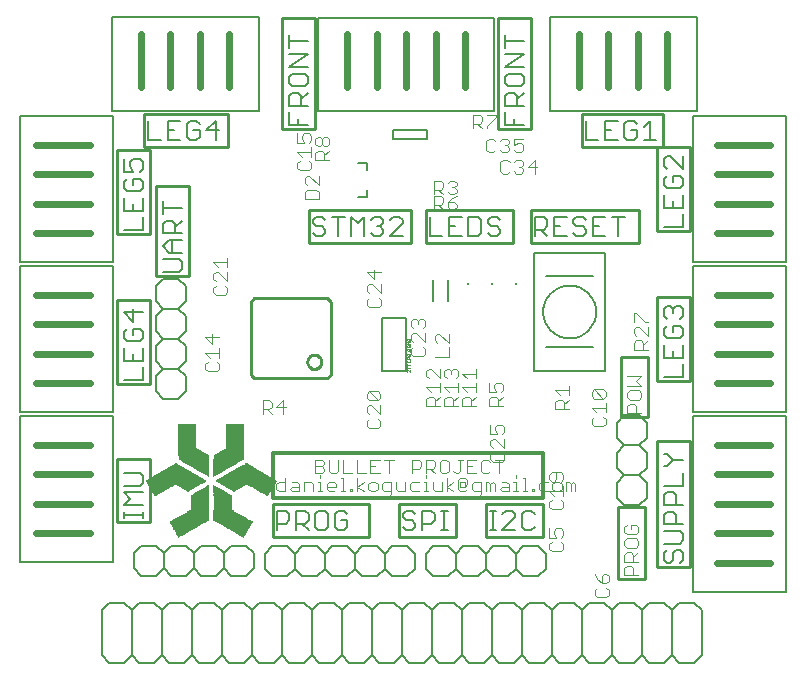
<source format=gtl>
G75*
G70*
%OFA0B0*%
%FSLAX24Y24*%
%IPPOS*%
%LPD*%
%AMOC8*
5,1,8,0,0,1.08239X$1,22.5*
%
%ADD10R,0.0016X0.0004*%
%ADD11R,0.0024X0.0004*%
%ADD12R,0.0036X0.0004*%
%ADD13R,0.0044X0.0004*%
%ADD14R,0.0052X0.0004*%
%ADD15R,0.0060X0.0004*%
%ADD16R,0.0072X0.0004*%
%ADD17R,0.0080X0.0004*%
%ADD18R,0.0076X0.0004*%
%ADD19R,0.0088X0.0004*%
%ADD20R,0.0096X0.0004*%
%ADD21R,0.0100X0.0004*%
%ADD22R,0.0104X0.0004*%
%ADD23R,0.0108X0.0004*%
%ADD24R,0.0120X0.0004*%
%ADD25R,0.0124X0.0004*%
%ADD26R,0.0136X0.0004*%
%ADD27R,0.0144X0.0004*%
%ADD28R,0.0152X0.0004*%
%ADD29R,0.0160X0.0004*%
%ADD30R,0.0172X0.0004*%
%ADD31R,0.0184X0.0004*%
%ADD32R,0.0180X0.0004*%
%ADD33R,0.0188X0.0004*%
%ADD34R,0.0200X0.0004*%
%ADD35R,0.0208X0.0004*%
%ADD36R,0.0216X0.0004*%
%ADD37R,0.0228X0.0004*%
%ADD38R,0.0232X0.0004*%
%ADD39R,0.0236X0.0004*%
%ADD40R,0.0244X0.0004*%
%ADD41R,0.0248X0.0004*%
%ADD42R,0.0252X0.0004*%
%ADD43R,0.0256X0.0004*%
%ADD44R,0.0264X0.0004*%
%ADD45R,0.0276X0.0004*%
%ADD46R,0.0272X0.0004*%
%ADD47R,0.0284X0.0004*%
%ADD48R,0.0288X0.0004*%
%ADD49R,0.0292X0.0004*%
%ADD50R,0.0300X0.0004*%
%ADD51R,0.0312X0.0004*%
%ADD52R,0.0316X0.0004*%
%ADD53R,0.0320X0.0004*%
%ADD54R,0.0328X0.0004*%
%ADD55R,0.0340X0.0004*%
%ADD56R,0.0336X0.0004*%
%ADD57R,0.0348X0.0004*%
%ADD58R,0.0356X0.0004*%
%ADD59R,0.0364X0.0004*%
%ADD60R,0.0376X0.0004*%
%ADD61R,0.0384X0.0004*%
%ADD62R,0.0380X0.0004*%
%ADD63R,0.0396X0.0004*%
%ADD64R,0.0392X0.0004*%
%ADD65R,0.0404X0.0004*%
%ADD66R,0.0400X0.0004*%
%ADD67R,0.0412X0.0004*%
%ADD68R,0.0408X0.0004*%
%ADD69R,0.0424X0.0004*%
%ADD70R,0.0432X0.0004*%
%ADD71R,0.0428X0.0004*%
%ADD72R,0.0440X0.0004*%
%ADD73R,0.0436X0.0004*%
%ADD74R,0.0452X0.0004*%
%ADD75R,0.0448X0.0004*%
%ADD76R,0.0460X0.0004*%
%ADD77R,0.0456X0.0004*%
%ADD78R,0.0468X0.0004*%
%ADD79R,0.0464X0.0004*%
%ADD80R,0.0480X0.0004*%
%ADD81R,0.0476X0.0004*%
%ADD82R,0.0484X0.0004*%
%ADD83R,0.0496X0.0004*%
%ADD84R,0.0492X0.0004*%
%ADD85R,0.0508X0.0004*%
%ADD86R,0.0500X0.0004*%
%ADD87R,0.0516X0.0004*%
%ADD88R,0.0512X0.0004*%
%ADD89R,0.0524X0.0004*%
%ADD90R,0.0520X0.0004*%
%ADD91R,0.0532X0.0004*%
%ADD92R,0.0540X0.0004*%
%ADD93R,0.0552X0.0004*%
%ADD94R,0.0548X0.0004*%
%ADD95R,0.0560X0.0004*%
%ADD96R,0.0572X0.0004*%
%ADD97R,0.0568X0.0004*%
%ADD98R,0.0576X0.0004*%
%ADD99R,0.0588X0.0004*%
%ADD100R,0.0596X0.0004*%
%ADD101R,0.0604X0.0004*%
%ADD102R,0.0616X0.0004*%
%ADD103R,0.0624X0.0004*%
%ADD104R,0.0636X0.0004*%
%ADD105R,0.0632X0.0004*%
%ADD106R,0.0644X0.0004*%
%ADD107R,0.0640X0.0004*%
%ADD108R,0.0652X0.0004*%
%ADD109R,0.0648X0.0004*%
%ADD110R,0.0660X0.0004*%
%ADD111R,0.0656X0.0004*%
%ADD112R,0.0672X0.0004*%
%ADD113R,0.0676X0.0004*%
%ADD114R,0.0688X0.0004*%
%ADD115R,0.0696X0.0004*%
%ADD116R,0.0704X0.0004*%
%ADD117R,0.0716X0.0004*%
%ADD118R,0.0724X0.0004*%
%ADD119R,0.0736X0.0004*%
%ADD120R,0.0732X0.0004*%
%ADD121R,0.0740X0.0004*%
%ADD122R,0.0744X0.0004*%
%ADD123R,0.0752X0.0004*%
%ADD124R,0.0764X0.0004*%
%ADD125R,0.0760X0.0004*%
%ADD126R,0.0772X0.0004*%
%ADD127R,0.0768X0.0004*%
%ADD128R,0.0780X0.0004*%
%ADD129R,0.0788X0.0004*%
%ADD130R,0.0800X0.0004*%
%ADD131R,0.0796X0.0004*%
%ADD132R,0.0808X0.0004*%
%ADD133R,0.0812X0.0004*%
%ADD134R,0.0816X0.0004*%
%ADD135R,0.0828X0.0004*%
%ADD136R,0.0824X0.0004*%
%ADD137R,0.0836X0.0004*%
%ADD138R,0.0844X0.0004*%
%ADD139R,0.0852X0.0004*%
%ADD140R,0.0864X0.0004*%
%ADD141R,0.0868X0.0004*%
%ADD142R,0.0880X0.0004*%
%ADD143R,0.0888X0.0004*%
%ADD144R,0.0892X0.0004*%
%ADD145R,0.0900X0.0004*%
%ADD146R,0.0896X0.0004*%
%ADD147R,0.0908X0.0004*%
%ADD148R,0.0916X0.0004*%
%ADD149R,0.0924X0.0004*%
%ADD150R,0.0932X0.0004*%
%ADD151R,0.0936X0.0004*%
%ADD152R,0.0944X0.0004*%
%ADD153R,0.0956X0.0004*%
%ADD154R,0.0964X0.0004*%
%ADD155R,0.0960X0.0004*%
%ADD156R,0.0972X0.0004*%
%ADD157R,0.0980X0.0004*%
%ADD158R,0.0992X0.0004*%
%ADD159R,0.0988X0.0004*%
%ADD160R,0.1000X0.0004*%
%ADD161R,0.1008X0.0004*%
%ADD162R,0.1012X0.0004*%
%ADD163R,0.1024X0.0004*%
%ADD164R,0.1028X0.0004*%
%ADD165R,0.1036X0.0004*%
%ADD166R,0.1048X0.0004*%
%ADD167R,0.1044X0.0004*%
%ADD168R,0.1052X0.0004*%
%ADD169R,0.1056X0.0004*%
%ADD170R,0.1060X0.0004*%
%ADD171R,0.1076X0.0004*%
%ADD172R,0.1072X0.0004*%
%ADD173R,0.1084X0.0004*%
%ADD174R,0.1088X0.0004*%
%ADD175R,0.1092X0.0004*%
%ADD176R,0.1100X0.0004*%
%ADD177R,0.1108X0.0004*%
%ADD178R,0.1120X0.0004*%
%ADD179R,0.1124X0.0004*%
%ADD180R,0.1136X0.0004*%
%ADD181R,0.1148X0.0004*%
%ADD182R,0.1156X0.0004*%
%ADD183R,0.1152X0.0004*%
%ADD184R,0.1160X0.0004*%
%ADD185R,0.1164X0.0004*%
%ADD186R,0.1168X0.0004*%
%ADD187R,0.1176X0.0004*%
%ADD188R,0.1172X0.0004*%
%ADD189R,0.1172X0.0004*%
%ADD190R,0.1172X0.0004*%
%ADD191R,0.1168X0.0004*%
%ADD192R,0.1164X0.0004*%
%ADD193R,0.1176X0.0004*%
%ADD194R,0.1180X0.0004*%
%ADD195R,0.1180X0.0004*%
%ADD196R,0.1172X0.0004*%
%ADD197R,0.1160X0.0004*%
%ADD198R,0.1164X0.0004*%
%ADD199R,0.1152X0.0004*%
%ADD200R,0.1144X0.0004*%
%ADD201R,0.1144X0.0004*%
%ADD202R,0.1140X0.0004*%
%ADD203R,0.1132X0.0004*%
%ADD204R,0.1128X0.0004*%
%ADD205R,0.1124X0.0004*%
%ADD206R,0.1124X0.0004*%
%ADD207R,0.1116X0.0004*%
%ADD208R,0.1116X0.0004*%
%ADD209R,0.1112X0.0004*%
%ADD210R,0.1104X0.0004*%
%ADD211R,0.1104X0.0004*%
%ADD212R,0.1096X0.0004*%
%ADD213R,0.1084X0.0004*%
%ADD214R,0.1080X0.0004*%
%ADD215R,0.1080X0.0004*%
%ADD216R,0.1076X0.0004*%
%ADD217R,0.1068X0.0004*%
%ADD218R,0.1052X0.0004*%
%ADD219R,0.1056X0.0004*%
%ADD220R,0.1048X0.0004*%
%ADD221R,0.1044X0.0004*%
%ADD222R,0.1040X0.0004*%
%ADD223R,0.1032X0.0004*%
%ADD224R,0.1028X0.0004*%
%ADD225R,0.1024X0.0004*%
%ADD226R,0.1020X0.0004*%
%ADD227R,0.1016X0.0004*%
%ADD228R,0.1012X0.0004*%
%ADD229R,0.1004X0.0004*%
%ADD230R,0.0996X0.0004*%
%ADD231R,0.0992X0.0004*%
%ADD232R,0.0984X0.0004*%
%ADD233R,0.0976X0.0004*%
%ADD234R,0.0972X0.0004*%
%ADD235R,0.0968X0.0004*%
%ADD236R,0.0952X0.0004*%
%ADD237R,0.0952X0.0004*%
%ADD238R,0.0948X0.0004*%
%ADD239R,0.0944X0.0004*%
%ADD240R,0.0940X0.0004*%
%ADD241R,0.0936X0.0004*%
%ADD242R,0.0932X0.0004*%
%ADD243R,0.0932X0.0004*%
%ADD244R,0.0928X0.0004*%
%ADD245R,0.0920X0.0004*%
%ADD246R,0.0912X0.0004*%
%ADD247R,0.0912X0.0004*%
%ADD248R,0.0904X0.0004*%
%ADD249R,0.0904X0.0004*%
%ADD250R,0.0892X0.0004*%
%ADD251R,0.0888X0.0004*%
%ADD252R,0.0884X0.0004*%
%ADD253R,0.0884X0.0004*%
%ADD254R,0.0876X0.0004*%
%ADD255R,0.0864X0.0004*%
%ADD256R,0.0856X0.0004*%
%ADD257R,0.0848X0.0004*%
%ADD258R,0.0844X0.0004*%
%ADD259R,0.0820X0.0004*%
%ADD260R,0.0812X0.0004*%
%ADD261R,0.0808X0.0004*%
%ADD262R,0.0800X0.0004*%
%ADD263R,0.0792X0.0004*%
%ADD264R,0.0792X0.0004*%
%ADD265R,0.0784X0.0004*%
%ADD266R,0.0772X0.0004*%
%ADD267R,0.0772X0.0004*%
%ADD268R,0.0764X0.0004*%
%ADD269R,0.0756X0.0004*%
%ADD270R,0.0748X0.0004*%
%ADD271R,0.0736X0.0004*%
%ADD272R,0.0728X0.0004*%
%ADD273R,0.0720X0.0004*%
%ADD274R,0.0708X0.0004*%
%ADD275R,0.0700X0.0004*%
%ADD276R,0.0684X0.0004*%
%ADD277R,0.0680X0.0004*%
%ADD278R,0.0664X0.0004*%
%ADD279R,0.0668X0.0004*%
%ADD280R,0.0656X0.0004*%
%ADD281R,0.0660X0.0004*%
%ADD282R,0.0632X0.0004*%
%ADD283R,0.0636X0.0004*%
%ADD284R,0.0620X0.0004*%
%ADD285R,0.0628X0.0004*%
%ADD286R,0.0616X0.0004*%
%ADD287R,0.0612X0.0004*%
%ADD288R,0.0604X0.0004*%
%ADD289R,0.0600X0.0004*%
%ADD290R,0.0604X0.0004*%
%ADD291R,0.0600X0.0004*%
%ADD292R,0.0008X0.0004*%
%ADD293R,0.0020X0.0004*%
%ADD294R,0.0016X0.0004*%
%ADD295R,0.0028X0.0004*%
%ADD296R,0.0596X0.0004*%
%ADD297R,0.0024X0.0004*%
%ADD298R,0.0592X0.0004*%
%ADD299R,0.0048X0.0004*%
%ADD300R,0.0580X0.0004*%
%ADD301R,0.0052X0.0004*%
%ADD302R,0.0064X0.0004*%
%ADD303R,0.0568X0.0004*%
%ADD304R,0.0572X0.0004*%
%ADD305R,0.0060X0.0004*%
%ADD306R,0.0076X0.0004*%
%ADD307R,0.0560X0.0004*%
%ADD308R,0.0564X0.0004*%
%ADD309R,0.0072X0.0004*%
%ADD310R,0.0556X0.0004*%
%ADD311R,0.0092X0.0004*%
%ADD312R,0.0552X0.0004*%
%ADD313R,0.0544X0.0004*%
%ADD314R,0.0108X0.0004*%
%ADD315R,0.0536X0.0004*%
%ADD316R,0.0104X0.0004*%
%ADD317R,0.0124X0.0004*%
%ADD318R,0.0528X0.0004*%
%ADD319R,0.0532X0.0004*%
%ADD320R,0.0120X0.0004*%
%ADD321R,0.0128X0.0004*%
%ADD322R,0.0524X0.0004*%
%ADD323R,0.0520X0.0004*%
%ADD324R,0.0148X0.0004*%
%ADD325R,0.0156X0.0004*%
%ADD326R,0.0504X0.0004*%
%ADD327R,0.0504X0.0004*%
%ADD328R,0.0152X0.0004*%
%ADD329R,0.0168X0.0004*%
%ADD330R,0.0496X0.0004*%
%ADD331R,0.0164X0.0004*%
%ADD332R,0.0176X0.0004*%
%ADD333R,0.0488X0.0004*%
%ADD334R,0.0484X0.0004*%
%ADD335R,0.0192X0.0004*%
%ADD336R,0.0476X0.0004*%
%ADD337R,0.0192X0.0004*%
%ADD338R,0.0204X0.0004*%
%ADD339R,0.0472X0.0004*%
%ADD340R,0.0200X0.0004*%
%ADD341R,0.0216X0.0004*%
%ADD342R,0.0464X0.0004*%
%ADD343R,0.0460X0.0004*%
%ADD344R,0.0208X0.0004*%
%ADD345R,0.0220X0.0004*%
%ADD346R,0.0232X0.0004*%
%ADD347R,0.0452X0.0004*%
%ADD348R,0.0240X0.0004*%
%ADD349R,0.0444X0.0004*%
%ADD350R,0.0248X0.0004*%
%ADD351R,0.0260X0.0004*%
%ADD352R,0.0256X0.0004*%
%ADD353R,0.0268X0.0004*%
%ADD354R,0.0424X0.0004*%
%ADD355R,0.0420X0.0004*%
%ADD356R,0.0280X0.0004*%
%ADD357R,0.0416X0.0004*%
%ADD358R,0.0288X0.0004*%
%ADD359R,0.0296X0.0004*%
%ADD360R,0.0292X0.0004*%
%ADD361R,0.0308X0.0004*%
%ADD362R,0.0400X0.0004*%
%ADD363R,0.0396X0.0004*%
%ADD364R,0.0296X0.0004*%
%ADD365R,0.0388X0.0004*%
%ADD366R,0.0324X0.0004*%
%ADD367R,0.0380X0.0004*%
%ADD368R,0.0336X0.0004*%
%ADD369R,0.0344X0.0004*%
%ADD370R,0.0368X0.0004*%
%ADD371R,0.0352X0.0004*%
%ADD372R,0.0368X0.0004*%
%ADD373R,0.0360X0.0004*%
%ADD374R,0.0344X0.0004*%
%ADD375R,0.0360X0.0004*%
%ADD376R,0.0352X0.0004*%
%ADD377R,0.0372X0.0004*%
%ADD378R,0.0012X0.0004*%
%ADD379R,0.0028X0.0004*%
%ADD380R,0.0340X0.0004*%
%ADD381R,0.0024X0.0004*%
%ADD382R,0.0332X0.0004*%
%ADD383R,0.0056X0.0004*%
%ADD384R,0.0328X0.0004*%
%ADD385R,0.0052X0.0004*%
%ADD386R,0.0392X0.0004*%
%ADD387R,0.0064X0.0004*%
%ADD388R,0.0312X0.0004*%
%ADD389R,0.0428X0.0004*%
%ADD390R,0.0304X0.0004*%
%ADD391R,0.0304X0.0004*%
%ADD392R,0.0444X0.0004*%
%ADD393R,0.0116X0.0004*%
%ADD394R,0.0300X0.0004*%
%ADD395R,0.0440X0.0004*%
%ADD396R,0.0140X0.0004*%
%ADD397R,0.0292X0.0004*%
%ADD398R,0.0284X0.0004*%
%ADD399R,0.0164X0.0004*%
%ADD400R,0.0192X0.0004*%
%ADD401R,0.0188X0.0004*%
%ADD402R,0.0484X0.0004*%
%ADD403R,0.0224X0.0004*%
%ADD404R,0.0244X0.0004*%
%ADD405R,0.0244X0.0004*%
%ADD406R,0.0528X0.0004*%
%ADD407R,0.0536X0.0004*%
%ADD408R,0.0224X0.0004*%
%ADD409R,0.0220X0.0004*%
%ADD410R,0.0264X0.0004*%
%ADD411R,0.0212X0.0004*%
%ADD412R,0.0212X0.0004*%
%ADD413R,0.0564X0.0004*%
%ADD414R,0.0204X0.0004*%
%ADD415R,0.0308X0.0004*%
%ADD416R,0.0196X0.0004*%
%ADD417R,0.0580X0.0004*%
%ADD418R,0.0576X0.0004*%
%ADD419R,0.0584X0.0004*%
%ADD420R,0.0172X0.0004*%
%ADD421R,0.0372X0.0004*%
%ADD422R,0.0168X0.0004*%
%ADD423R,0.0628X0.0004*%
%ADD424R,0.0148X0.0004*%
%ADD425R,0.0404X0.0004*%
%ADD426R,0.0620X0.0004*%
%ADD427R,0.0412X0.0004*%
%ADD428R,0.0432X0.0004*%
%ADD429R,0.0644X0.0004*%
%ADD430R,0.0444X0.0004*%
%ADD431R,0.0664X0.0004*%
%ADD432R,0.0124X0.0004*%
%ADD433R,0.0672X0.0004*%
%ADD434R,0.0472X0.0004*%
%ADD435R,0.0672X0.0004*%
%ADD436R,0.0684X0.0004*%
%ADD437R,0.0692X0.0004*%
%ADD438R,0.0492X0.0004*%
%ADD439R,0.0700X0.0004*%
%ADD440R,0.0712X0.0004*%
%ADD441R,0.0716X0.0004*%
%ADD442R,0.0540X0.0004*%
%ADD443R,0.0080X0.0004*%
%ADD444R,0.0084X0.0004*%
%ADD445R,0.0724X0.0004*%
%ADD446R,0.0068X0.0004*%
%ADD447R,0.0744X0.0004*%
%ADD448R,0.0764X0.0004*%
%ADD449R,0.0612X0.0004*%
%ADD450R,0.0044X0.0004*%
%ADD451R,0.0044X0.0004*%
%ADD452R,0.0772X0.0004*%
%ADD453R,0.0624X0.0004*%
%ADD454R,0.0040X0.0004*%
%ADD455R,0.0776X0.0004*%
%ADD456R,0.0784X0.0004*%
%ADD457R,0.0032X0.0004*%
%ADD458R,0.0652X0.0004*%
%ADD459R,0.0804X0.0004*%
%ADD460R,0.0668X0.0004*%
%ADD461R,0.0812X0.0004*%
%ADD462R,0.0684X0.0004*%
%ADD463R,0.0688X0.0004*%
%ADD464R,0.0812X0.0004*%
%ADD465R,0.0692X0.0004*%
%ADD466R,0.0704X0.0004*%
%ADD467R,0.0840X0.0004*%
%ADD468R,0.0844X0.0004*%
%ADD469R,0.0856X0.0004*%
%ADD470R,0.0748X0.0004*%
%ADD471R,0.0756X0.0004*%
%ADD472R,0.0872X0.0004*%
%ADD473R,0.0892X0.0004*%
%ADD474R,0.0900X0.0004*%
%ADD475R,0.0820X0.0004*%
%ADD476R,0.0828X0.0004*%
%ADD477R,0.1748X0.0004*%
%ADD478R,0.1760X0.0004*%
%ADD479R,0.1756X0.0004*%
%ADD480R,0.1768X0.0004*%
%ADD481R,0.1764X0.0004*%
%ADD482R,0.1772X0.0004*%
%ADD483R,0.1772X0.0004*%
%ADD484R,0.1784X0.0004*%
%ADD485R,0.1784X0.0004*%
%ADD486R,0.1796X0.0004*%
%ADD487R,0.1788X0.0004*%
%ADD488R,0.1800X0.0004*%
%ADD489R,0.1812X0.0004*%
%ADD490R,0.1808X0.0004*%
%ADD491R,0.1820X0.0004*%
%ADD492R,0.1816X0.0004*%
%ADD493R,0.1828X0.0004*%
%ADD494R,0.1828X0.0004*%
%ADD495R,0.1840X0.0004*%
%ADD496R,0.1836X0.0004*%
%ADD497R,0.1848X0.0004*%
%ADD498R,0.1840X0.0004*%
%ADD499R,0.1852X0.0004*%
%ADD500R,0.1852X0.0004*%
%ADD501R,0.1860X0.0004*%
%ADD502R,0.1864X0.0004*%
%ADD503R,0.1876X0.0004*%
%ADD504R,0.1872X0.0004*%
%ADD505R,0.1880X0.0004*%
%ADD506R,0.1880X0.0004*%
%ADD507R,0.1892X0.0004*%
%ADD508R,0.1888X0.0004*%
%ADD509R,0.1900X0.0004*%
%ADD510R,0.1896X0.0004*%
%ADD511R,0.1908X0.0004*%
%ADD512R,0.1904X0.0004*%
%ADD513R,0.1916X0.0004*%
%ADD514R,0.1916X0.0004*%
%ADD515R,0.1928X0.0004*%
%ADD516R,0.1924X0.0004*%
%ADD517R,0.1936X0.0004*%
%ADD518R,0.1932X0.0004*%
%ADD519R,0.1944X0.0004*%
%ADD520R,0.1956X0.0004*%
%ADD521R,0.1948X0.0004*%
%ADD522R,0.1960X0.0004*%
%ADD523R,0.1960X0.0004*%
%ADD524R,0.1972X0.0004*%
%ADD525R,0.1972X0.0004*%
%ADD526R,0.1984X0.0004*%
%ADD527R,0.1980X0.0004*%
%ADD528R,0.1988X0.0004*%
%ADD529R,0.1992X0.0004*%
%ADD530R,0.1996X0.0004*%
%ADD531R,0.1980X0.0004*%
%ADD532R,0.1996X0.0004*%
%ADD533R,0.1976X0.0004*%
%ADD534R,0.1952X0.0004*%
%ADD535R,0.1932X0.0004*%
%ADD536R,0.1924X0.0004*%
%ADD537R,0.1856X0.0004*%
%ADD538R,0.1868X0.0004*%
%ADD539R,0.1832X0.0004*%
%ADD540R,0.1824X0.0004*%
%ADD541R,0.1792X0.0004*%
%ADD542R,0.1804X0.0004*%
%ADD543R,0.1792X0.0004*%
%ADD544R,0.1752X0.0004*%
%ADD545R,0.1740X0.0004*%
%ADD546R,0.1728X0.0004*%
%ADD547R,0.1712X0.0004*%
%ADD548R,0.1724X0.0004*%
%ADD549R,0.1700X0.0004*%
%ADD550R,0.1712X0.0004*%
%ADD551R,0.1688X0.0004*%
%ADD552R,0.1668X0.0004*%
%ADD553R,0.1684X0.0004*%
%ADD554R,0.1660X0.0004*%
%ADD555R,0.1672X0.0004*%
%ADD556R,0.1648X0.0004*%
%ADD557R,0.1660X0.0004*%
%ADD558R,0.1632X0.0004*%
%ADD559R,0.1644X0.0004*%
%ADD560R,0.1620X0.0004*%
%ADD561R,0.1628X0.0004*%
%ADD562R,0.1608X0.0004*%
%ADD563R,0.1592X0.0004*%
%ADD564R,0.1600X0.0004*%
%ADD565R,0.1584X0.0004*%
%ADD566R,0.1588X0.0004*%
%ADD567R,0.1568X0.0004*%
%ADD568R,0.1580X0.0004*%
%ADD569R,0.1552X0.0004*%
%ADD570R,0.1564X0.0004*%
%ADD571R,0.1536X0.0004*%
%ADD572R,0.1548X0.0004*%
%ADD573R,0.1524X0.0004*%
%ADD574R,0.1540X0.0004*%
%ADD575R,0.1512X0.0004*%
%ADD576R,0.1524X0.0004*%
%ADD577R,0.1500X0.0004*%
%ADD578R,0.1508X0.0004*%
%ADD579R,0.1488X0.0004*%
%ADD580R,0.1468X0.0004*%
%ADD581R,0.0012X0.0004*%
%ADD582R,0.1484X0.0004*%
%ADD583R,0.1456X0.0004*%
%ADD584R,0.1448X0.0004*%
%ADD585R,0.0020X0.0004*%
%ADD586R,0.1456X0.0004*%
%ADD587R,0.1424X0.0004*%
%ADD588R,0.0032X0.0004*%
%ADD589R,0.1436X0.0004*%
%ADD590R,0.1416X0.0004*%
%ADD591R,0.1428X0.0004*%
%ADD592R,0.1400X0.0004*%
%ADD593R,0.0044X0.0004*%
%ADD594R,0.1412X0.0004*%
%ADD595R,0.1384X0.0004*%
%ADD596R,0.0056X0.0004*%
%ADD597R,0.1396X0.0004*%
%ADD598R,0.1376X0.0004*%
%ADD599R,0.1380X0.0004*%
%ADD600R,0.1360X0.0004*%
%ADD601R,0.1372X0.0004*%
%ADD602R,0.1344X0.0004*%
%ADD603R,0.1352X0.0004*%
%ADD604R,0.1332X0.0004*%
%ADD605R,0.1340X0.0004*%
%ADD606R,0.1320X0.0004*%
%ADD607R,0.0084X0.0004*%
%ADD608R,0.1332X0.0004*%
%ADD609R,0.1304X0.0004*%
%ADD610R,0.0092X0.0004*%
%ADD611R,0.0096X0.0004*%
%ADD612R,0.1312X0.0004*%
%ADD613R,0.1288X0.0004*%
%ADD614R,0.1300X0.0004*%
%ADD615R,0.1280X0.0004*%
%ADD616R,0.1292X0.0004*%
%ADD617R,0.1256X0.0004*%
%ADD618R,0.0116X0.0004*%
%ADD619R,0.1268X0.0004*%
%ADD620R,0.1248X0.0004*%
%ADD621R,0.1232X0.0004*%
%ADD622R,0.0128X0.0004*%
%ADD623R,0.1244X0.0004*%
%ADD624R,0.1216X0.0004*%
%ADD625R,0.1224X0.0004*%
%ADD626R,0.1208X0.0004*%
%ADD627R,0.1192X0.0004*%
%ADD628R,0.0152X0.0004*%
%ADD629R,0.1204X0.0004*%
%ADD630R,0.1184X0.0004*%
%ADD631R,0.0164X0.0004*%
%ADD632R,0.1120X0.0004*%
%ADD633R,0.0184X0.0004*%
%ADD634R,0.1112X0.0004*%
%ADD635R,0.1092X0.0004*%
%ADD636R,0.1104X0.0004*%
%ADD637R,0.1072X0.0004*%
%ADD638R,0.0224X0.0004*%
%ADD639R,0.0236X0.0004*%
%ADD640R,0.1036X0.0004*%
%ADD641R,0.1016X0.0004*%
%ADD642R,0.1004X0.0004*%
%ADD643R,0.0984X0.0004*%
%ADD644R,0.0264X0.0004*%
%ADD645R,0.0952X0.0004*%
%ADD646R,0.0268X0.0004*%
%ADD647R,0.0960X0.0004*%
%ADD648R,0.0912X0.0004*%
%ADD649R,0.0884X0.0004*%
%ADD650R,0.0304X0.0004*%
%ADD651R,0.0832X0.0004*%
%ADD652R,0.0332X0.0004*%
%ADD653R,0.0816X0.0004*%
%ADD654R,0.0824X0.0004*%
%ADD655R,0.0352X0.0004*%
%ADD656R,0.0376X0.0004*%
%ADD657R,0.0372X0.0004*%
%ADD658R,0.0384X0.0004*%
%ADD659R,0.0384X0.0004*%
%ADD660R,0.0392X0.0004*%
%ADD661R,0.0404X0.0004*%
%ADD662R,0.0412X0.0004*%
%ADD663R,0.0408X0.0004*%
%ADD664R,0.0680X0.0004*%
%ADD665R,0.0664X0.0004*%
%ADD666R,0.0608X0.0004*%
%ADD667R,0.0448X0.0004*%
%ADD668R,0.0612X0.0004*%
%ADD669R,0.0592X0.0004*%
%ADD670R,0.0572X0.0004*%
%ADD671R,0.0472X0.0004*%
%ADD672R,0.0484X0.0004*%
%ADD673R,0.0524X0.0004*%
%ADD674R,0.0532X0.0004*%
%ADD675R,0.0464X0.0004*%
%ADD676R,0.0512X0.0004*%
%ADD677R,0.0468X0.0004*%
%ADD678R,0.0544X0.0004*%
%ADD679R,0.0552X0.0004*%
%ADD680R,0.0548X0.0004*%
%ADD681R,0.0588X0.0004*%
%ADD682R,0.0608X0.0004*%
%ADD683R,0.0272X0.0004*%
%ADD684R,0.0612X0.0004*%
%ADD685R,0.0624X0.0004*%
%ADD686R,0.0632X0.0004*%
%ADD687R,0.0652X0.0004*%
%ADD688R,0.0192X0.0004*%
%ADD689R,0.0696X0.0004*%
%ADD690R,0.0712X0.0004*%
%ADD691R,0.0048X0.0004*%
%ADD692R,0.0732X0.0004*%
%ADD693R,0.0724X0.0004*%
%ADD694R,0.0752X0.0004*%
%ADD695R,0.0764X0.0004*%
%ADD696R,0.0788X0.0004*%
%ADD697R,0.0796X0.0004*%
%ADD698R,0.0832X0.0004*%
%ADD699R,0.0832X0.0004*%
%ADD700R,0.0852X0.0004*%
%ADD701R,0.0860X0.0004*%
%ADD702R,0.0868X0.0004*%
%ADD703R,0.0860X0.0004*%
%ADD704R,0.0872X0.0004*%
%ADD705R,0.0912X0.0004*%
%ADD706R,0.0928X0.0004*%
%ADD707R,0.0948X0.0004*%
%ADD708R,0.0968X0.0004*%
%ADD709R,0.0980X0.0004*%
%ADD710R,0.1000X0.0004*%
%ADD711R,0.0992X0.0004*%
%ADD712R,0.1008X0.0004*%
%ADD713R,0.0996X0.0004*%
%ADD714R,0.1004X0.0004*%
%ADD715R,0.0988X0.0004*%
%ADD716R,0.0964X0.0004*%
%ADD717R,0.0924X0.0004*%
%ADD718R,0.0932X0.0004*%
%ADD719R,0.0920X0.0004*%
%ADD720R,0.0896X0.0004*%
%ADD721R,0.0884X0.0004*%
%ADD722R,0.0876X0.0004*%
%ADD723R,0.0848X0.0004*%
%ADD724R,0.0824X0.0004*%
%ADD725R,0.0804X0.0004*%
%ADD726R,0.0780X0.0004*%
%ADD727R,0.0744X0.0004*%
%ADD728R,0.0708X0.0004*%
%ADD729R,0.0644X0.0004*%
%ADD730R,0.0604X0.0004*%
%ADD731R,0.0584X0.0004*%
%ADD732R,0.0004X0.0004*%
%ADD733C,0.0060*%
%ADD734C,0.0100*%
%ADD735C,0.0040*%
%ADD736C,0.0120*%
%ADD737C,0.0080*%
%ADD738C,0.0050*%
%ADD739C,0.0240*%
%ADD740R,0.0079X0.0079*%
%ADD741C,0.0010*%
D10*
X005793Y004756D03*
X007949Y004756D03*
D11*
X007949Y004760D03*
X006969Y006468D03*
X008049Y007204D03*
X005705Y007204D03*
X005793Y004760D03*
D12*
X005795Y004764D03*
X006099Y006292D03*
X006775Y006804D03*
X007643Y006292D03*
X008047Y007200D03*
X008747Y006140D03*
X007947Y004764D03*
X005007Y006140D03*
D13*
X005799Y004768D03*
X007943Y004768D03*
X008743Y006144D03*
X006979Y006808D03*
D14*
X006983Y006452D03*
X008743Y006148D03*
X007943Y004772D03*
X005799Y004772D03*
D15*
X005803Y004776D03*
X007939Y004776D03*
X006987Y006816D03*
D16*
X006757Y006824D03*
X006757Y006440D03*
X005805Y004780D03*
X007937Y004780D03*
D17*
X008737Y006160D03*
X008049Y007188D03*
X006997Y006828D03*
X005705Y007188D03*
X005017Y006160D03*
X005805Y004784D03*
D18*
X006099Y006304D03*
X006755Y006828D03*
X006995Y006824D03*
X006995Y006440D03*
X007643Y006304D03*
X007935Y004784D03*
D19*
X007933Y004788D03*
X008733Y006164D03*
X008049Y007184D03*
X007001Y006832D03*
X007001Y006432D03*
X006749Y006432D03*
X005705Y007184D03*
X005809Y004788D03*
D20*
X005813Y004792D03*
X006101Y006308D03*
X006745Y006428D03*
X007005Y006428D03*
D21*
X006743Y006424D03*
X006743Y006840D03*
X007007Y006840D03*
X007643Y006308D03*
X008731Y006168D03*
X007931Y004792D03*
X005023Y006168D03*
D22*
X005813Y004796D03*
D23*
X007927Y004796D03*
D24*
X007925Y004800D03*
X005817Y004800D03*
X006733Y006852D03*
X007017Y006852D03*
D25*
X007019Y006412D03*
X007923Y004804D03*
X005819Y004804D03*
D26*
X005821Y004808D03*
X005029Y006184D03*
X006725Y006404D03*
X007025Y006404D03*
X007025Y006860D03*
X006725Y006860D03*
X008721Y006184D03*
X007921Y004808D03*
D27*
X007917Y004812D03*
X007029Y006400D03*
X007029Y006864D03*
X005825Y004812D03*
D28*
X005825Y004816D03*
X006717Y006396D03*
X007917Y004816D03*
D29*
X007913Y004820D03*
X007641Y006328D03*
X006713Y006392D03*
X005705Y007164D03*
X008049Y007164D03*
X005829Y004820D03*
D30*
X005831Y004824D03*
X006707Y006384D03*
X006707Y006880D03*
X008711Y006200D03*
X007911Y004824D03*
D31*
X008709Y006204D03*
X007049Y006888D03*
X005833Y004828D03*
D32*
X006099Y006332D03*
X006703Y006380D03*
X007047Y006884D03*
X007643Y006332D03*
X007911Y004828D03*
D33*
X007907Y004832D03*
X005835Y004832D03*
X005043Y006204D03*
D34*
X005837Y004836D03*
X007905Y004836D03*
X007057Y006896D03*
X006693Y006896D03*
D35*
X007061Y006900D03*
X007061Y006364D03*
X007901Y004840D03*
X005841Y004840D03*
D36*
X005841Y004844D03*
X006685Y006360D03*
X007065Y006904D03*
X008049Y007148D03*
X008701Y006220D03*
X007901Y004844D03*
X005705Y007148D03*
D37*
X007071Y006912D03*
X007071Y006352D03*
X008699Y006224D03*
X005843Y004848D03*
D38*
X006101Y006348D03*
X006677Y006352D03*
X005705Y007144D03*
X007897Y004848D03*
D39*
X007895Y004852D03*
X007643Y006348D03*
X007075Y006348D03*
X006675Y006348D03*
X005847Y004852D03*
X008695Y006228D03*
D40*
X005847Y004856D03*
D41*
X007893Y004856D03*
D42*
X005851Y004860D03*
D43*
X006665Y006340D03*
X006665Y006928D03*
X007085Y006928D03*
X007889Y004860D03*
D44*
X007889Y004864D03*
X008689Y006240D03*
X007089Y006332D03*
X007089Y006932D03*
X005853Y004864D03*
D45*
X005855Y004868D03*
X006655Y006328D03*
X007095Y006324D03*
X007643Y006360D03*
X007095Y006940D03*
X006655Y006940D03*
X006099Y006360D03*
X008047Y007132D03*
X008687Y006244D03*
D46*
X007889Y004868D03*
X007093Y006328D03*
D47*
X007099Y006320D03*
X007099Y006944D03*
X008683Y006248D03*
X007883Y004872D03*
X005859Y004872D03*
D48*
X005861Y004876D03*
D49*
X007103Y006316D03*
X007879Y004876D03*
D50*
X007879Y004880D03*
X005863Y004880D03*
X008047Y007124D03*
D51*
X008677Y006260D03*
X007877Y004884D03*
X006637Y006308D03*
X006637Y006960D03*
X005865Y004884D03*
D52*
X005867Y004888D03*
X005075Y006260D03*
X006099Y006372D03*
X008047Y007120D03*
X008675Y006264D03*
D53*
X007645Y006372D03*
X007117Y006300D03*
X006633Y006304D03*
X006633Y006964D03*
X007117Y006964D03*
X005705Y007120D03*
X007873Y004888D03*
D54*
X007873Y004892D03*
X008673Y006268D03*
X006629Y006300D03*
X006629Y006968D03*
X005869Y004892D03*
D55*
X005875Y004896D03*
X006623Y006976D03*
X007127Y006976D03*
D56*
X006625Y006296D03*
X007869Y004896D03*
D57*
X007867Y004900D03*
X007131Y006284D03*
X006619Y006288D03*
X006099Y006380D03*
X006619Y006980D03*
X007131Y006980D03*
X005875Y004900D03*
D58*
X005875Y004904D03*
X006615Y006284D03*
X007135Y006280D03*
X006099Y006384D03*
X005707Y007108D03*
X007867Y004904D03*
D59*
X007863Y004908D03*
X008663Y006284D03*
X007643Y006384D03*
X005879Y004908D03*
X005083Y006280D03*
D60*
X006605Y006272D03*
X007145Y006268D03*
X008661Y006288D03*
X007861Y004912D03*
X005881Y004912D03*
D61*
X005885Y004916D03*
D62*
X007859Y004916D03*
D63*
X007643Y006392D03*
X006595Y007008D03*
X005887Y004920D03*
D64*
X006597Y006260D03*
X006101Y006392D03*
X006597Y007004D03*
X007857Y004920D03*
D65*
X005891Y004924D03*
X006591Y007012D03*
D66*
X007157Y006252D03*
X008653Y006300D03*
X007853Y004924D03*
D67*
X006587Y006248D03*
X005707Y007092D03*
X005891Y004928D03*
D68*
X006589Y006252D03*
X007161Y006248D03*
X007853Y004928D03*
X008653Y006304D03*
X005097Y006300D03*
D69*
X005893Y004932D03*
X007849Y004932D03*
X008649Y006308D03*
X007169Y007024D03*
D70*
X006577Y006236D03*
X005897Y004936D03*
D71*
X007171Y006236D03*
X007847Y004936D03*
D72*
X007177Y006228D03*
X006573Y006232D03*
X006573Y007032D03*
X005705Y007084D03*
X005897Y004940D03*
D73*
X005103Y006312D03*
X006575Y007028D03*
X007175Y007032D03*
X007643Y006404D03*
X007175Y006232D03*
X007843Y004940D03*
D74*
X005903Y004944D03*
X007183Y007040D03*
D75*
X007645Y006408D03*
X007181Y006224D03*
X007841Y004944D03*
X008641Y006320D03*
D76*
X008047Y007080D03*
X007643Y006412D03*
X006563Y006220D03*
X006099Y006412D03*
X006563Y007044D03*
X005903Y004948D03*
D77*
X005109Y006320D03*
X006565Y007040D03*
X007185Y007044D03*
X007185Y006220D03*
X007841Y004948D03*
X008641Y006324D03*
D78*
X008639Y006328D03*
X007191Y006212D03*
X006559Y007048D03*
X005903Y004952D03*
D79*
X005109Y006324D03*
X007189Y007048D03*
X007837Y004952D03*
D80*
X005909Y004956D03*
X007197Y007056D03*
D81*
X007643Y006416D03*
X007835Y004956D03*
D82*
X007831Y004960D03*
X006551Y006204D03*
X005911Y004960D03*
D83*
X005913Y004964D03*
X005705Y007068D03*
X008049Y007068D03*
D84*
X008631Y006340D03*
X007831Y004964D03*
X006547Y006200D03*
X006547Y007060D03*
D85*
X006539Y007072D03*
X007211Y007072D03*
X007211Y006188D03*
X006539Y006188D03*
X005915Y004968D03*
D86*
X005119Y006340D03*
X006543Y007064D03*
X007207Y007068D03*
X007827Y004968D03*
D87*
X007215Y006184D03*
X006535Y006184D03*
X006099Y006428D03*
X005919Y004972D03*
X008627Y006348D03*
D88*
X008045Y007064D03*
X007825Y004972D03*
X005121Y006344D03*
D89*
X005919Y004976D03*
D90*
X007825Y004976D03*
X006533Y007076D03*
D91*
X005923Y004980D03*
X007819Y004980D03*
D92*
X007819Y004984D03*
X006523Y006168D03*
X006523Y007088D03*
X007227Y007092D03*
X008619Y006360D03*
X005923Y004984D03*
D93*
X005925Y004988D03*
X005705Y007052D03*
D94*
X005131Y006360D03*
X006519Y006164D03*
X007815Y004988D03*
X008619Y006364D03*
D95*
X008617Y006368D03*
X007237Y006160D03*
X007237Y007104D03*
X006513Y007100D03*
X006101Y006440D03*
X005929Y004992D03*
X007813Y004992D03*
D96*
X005931Y004996D03*
D97*
X007813Y004996D03*
D98*
X007809Y005000D03*
X007245Y006148D03*
X007645Y006444D03*
X007245Y007112D03*
X007665Y007720D03*
X007665Y007724D03*
X007665Y007728D03*
X007665Y007732D03*
X007665Y007740D03*
X007665Y007744D03*
X007665Y007748D03*
X007665Y007752D03*
X007665Y007760D03*
X007665Y007764D03*
X007665Y007768D03*
X007665Y007772D03*
X007665Y007780D03*
X007665Y007784D03*
X007665Y007788D03*
X007665Y007792D03*
X007665Y007800D03*
X007665Y007804D03*
X007665Y007808D03*
X007665Y007812D03*
X007665Y007820D03*
X007665Y007824D03*
X007665Y007828D03*
X007665Y007832D03*
X007665Y007840D03*
X007665Y007844D03*
X007665Y007848D03*
X007665Y007852D03*
X007665Y007860D03*
X007665Y007864D03*
X007665Y007868D03*
X007665Y007872D03*
X007665Y007880D03*
X007665Y007884D03*
X007665Y007888D03*
X007665Y007892D03*
X007665Y007900D03*
X007665Y007904D03*
X007665Y007908D03*
X007665Y007912D03*
X007665Y007920D03*
X007665Y007924D03*
X007665Y007928D03*
X007665Y007932D03*
X007665Y007940D03*
X007665Y007944D03*
X007665Y007948D03*
X007665Y007952D03*
X007665Y007960D03*
X007665Y007964D03*
X007665Y007968D03*
X007665Y007972D03*
X007665Y007980D03*
X007665Y007984D03*
X007665Y007988D03*
X007665Y007992D03*
X007665Y008000D03*
X007665Y008004D03*
X007665Y008008D03*
X007665Y008012D03*
X007665Y008020D03*
X007665Y008024D03*
X007665Y008028D03*
X007665Y008032D03*
X007665Y008040D03*
X007665Y008044D03*
X007665Y008048D03*
X007665Y008052D03*
X007665Y008060D03*
X007665Y008064D03*
X007665Y008068D03*
X007665Y008072D03*
X007665Y008080D03*
X007665Y008084D03*
X007665Y008088D03*
X007665Y008092D03*
X007665Y008100D03*
X007665Y008104D03*
X007665Y008108D03*
X007665Y008112D03*
X007665Y008120D03*
X007665Y008124D03*
X007665Y008128D03*
X007665Y008132D03*
X007665Y008140D03*
X007665Y008144D03*
X007665Y008148D03*
X007665Y008152D03*
X007665Y008160D03*
X007665Y008164D03*
X007665Y008168D03*
X007665Y008172D03*
X007665Y008180D03*
X007665Y008184D03*
X007665Y008188D03*
X007665Y008192D03*
X007665Y008200D03*
X007665Y008204D03*
X007665Y008208D03*
X007665Y008212D03*
X007665Y008220D03*
X007665Y008224D03*
X007665Y008228D03*
X007665Y008232D03*
X007665Y008240D03*
X007665Y008244D03*
X007665Y008248D03*
X007665Y008252D03*
X007665Y008260D03*
X007665Y008264D03*
X007665Y008268D03*
X007665Y008272D03*
X007665Y008280D03*
X007665Y008284D03*
X007665Y008288D03*
X007665Y008292D03*
X007665Y008300D03*
X007665Y008304D03*
X007665Y008308D03*
X007665Y008312D03*
X007665Y008320D03*
X007665Y008324D03*
X007665Y008328D03*
X007665Y008332D03*
X007665Y008340D03*
X007665Y008344D03*
X007665Y008348D03*
X007665Y008352D03*
X007665Y008360D03*
X007665Y008364D03*
X007665Y008368D03*
X007665Y008372D03*
X007665Y008380D03*
X007665Y008384D03*
X007665Y008388D03*
X007665Y008392D03*
X007665Y008400D03*
X007665Y008404D03*
X007665Y008408D03*
X007665Y008412D03*
X007665Y008420D03*
X007665Y008424D03*
X007665Y008428D03*
X007665Y008432D03*
X007665Y008440D03*
X007665Y008444D03*
X007665Y008448D03*
X007665Y008452D03*
X007665Y008460D03*
X007665Y008464D03*
X007665Y008468D03*
X007665Y008472D03*
X007665Y008480D03*
X007665Y008484D03*
X007665Y008488D03*
X007665Y008492D03*
X007665Y008504D03*
X006505Y007108D03*
X006505Y006148D03*
X005933Y005000D03*
D99*
X005935Y005004D03*
X006499Y006140D03*
X007251Y007120D03*
X007659Y007704D03*
X007807Y005004D03*
D100*
X007803Y005008D03*
X008607Y006384D03*
X008047Y007040D03*
X007655Y007700D03*
X007255Y007124D03*
X006495Y007120D03*
X006083Y007704D03*
X005143Y006380D03*
X005939Y005008D03*
D101*
X005939Y005012D03*
X007259Y005652D03*
X007259Y005660D03*
X007259Y005664D03*
X007259Y005668D03*
X007259Y005672D03*
X007259Y005680D03*
X007259Y005684D03*
X007259Y005688D03*
X007259Y005692D03*
X007259Y005700D03*
X007259Y005704D03*
X007259Y005708D03*
X007259Y005712D03*
X007259Y005720D03*
X007259Y005724D03*
X007259Y005728D03*
X007259Y005732D03*
X007259Y005740D03*
X007259Y005744D03*
X007259Y005748D03*
X007259Y005752D03*
X007259Y005760D03*
X007259Y005764D03*
X007259Y005768D03*
X007259Y005772D03*
X007259Y005780D03*
X007259Y005784D03*
X007259Y005788D03*
X007259Y005792D03*
X007259Y005800D03*
X007259Y005804D03*
X007259Y005808D03*
X007259Y005812D03*
X007259Y005820D03*
X007259Y005824D03*
X007259Y005828D03*
X007259Y005832D03*
X007259Y005840D03*
X007259Y005844D03*
X007259Y005848D03*
X007259Y005852D03*
X007259Y005860D03*
X007259Y005864D03*
X007259Y005868D03*
X007259Y005872D03*
X007259Y005880D03*
X007259Y005884D03*
X007259Y005888D03*
X007259Y005892D03*
X007259Y005900D03*
X007259Y005904D03*
X007259Y005908D03*
X007259Y005912D03*
X007259Y005920D03*
X007259Y005924D03*
X007259Y005928D03*
X007259Y005932D03*
X007259Y005940D03*
X007259Y005944D03*
X007259Y005948D03*
X007259Y005952D03*
X007259Y005960D03*
X007259Y005964D03*
X007259Y005968D03*
X007259Y005972D03*
X007259Y005980D03*
X007259Y005984D03*
X007259Y005988D03*
X007259Y005992D03*
X007259Y006000D03*
X007259Y006004D03*
X007259Y006008D03*
X007259Y006012D03*
X007259Y006020D03*
X007259Y006024D03*
X007259Y006028D03*
X007259Y006032D03*
X007259Y006040D03*
X007259Y006044D03*
X007259Y006048D03*
X007259Y006052D03*
X007259Y006060D03*
X007259Y006064D03*
X007259Y006068D03*
X007259Y006072D03*
X007259Y006080D03*
X007259Y006084D03*
X007259Y006088D03*
X007259Y006092D03*
X007259Y006100D03*
X007259Y006104D03*
X007259Y006108D03*
X007259Y006112D03*
X007259Y006120D03*
X007647Y006452D03*
X008607Y006388D03*
X007803Y005012D03*
X006099Y006452D03*
D102*
X005941Y005016D03*
X007645Y006456D03*
X007801Y005016D03*
D103*
X007797Y005020D03*
X005945Y005020D03*
X005705Y007032D03*
X007269Y007140D03*
X008045Y007032D03*
D104*
X008047Y007028D03*
X006475Y005632D03*
X005947Y005024D03*
X006103Y007680D03*
D105*
X006477Y007140D03*
X005705Y007028D03*
X007645Y006460D03*
X008597Y006400D03*
X007637Y007680D03*
X007797Y005024D03*
D106*
X006471Y005628D03*
X005951Y005028D03*
X006471Y007148D03*
X007631Y007672D03*
D107*
X007277Y007148D03*
X006473Y007144D03*
X005153Y006400D03*
X007277Y005632D03*
X007793Y005028D03*
D108*
X006467Y005624D03*
X005951Y005032D03*
X006467Y007152D03*
X006111Y007672D03*
X007627Y007668D03*
D109*
X007645Y006464D03*
X007281Y005628D03*
X007789Y005032D03*
X008593Y006408D03*
X005157Y006404D03*
D110*
X006463Y007156D03*
X005955Y005036D03*
D111*
X007789Y005036D03*
D112*
X007785Y005040D03*
X006457Y005612D03*
X005957Y005040D03*
X007645Y006472D03*
X006457Y007164D03*
X006121Y007660D03*
D113*
X007295Y007168D03*
X007295Y005612D03*
X007783Y005044D03*
X005959Y005044D03*
D114*
X005961Y005048D03*
X007301Y005604D03*
X007781Y005048D03*
X008585Y006424D03*
X007609Y007648D03*
X006449Y007172D03*
X005705Y007012D03*
D115*
X006445Y005600D03*
X005965Y005052D03*
X007305Y005600D03*
X007777Y005052D03*
X007605Y007644D03*
D116*
X007777Y005056D03*
X005965Y005056D03*
D117*
X005967Y005060D03*
X006435Y005588D03*
X007315Y005588D03*
X007775Y005060D03*
X007647Y006484D03*
X007315Y007192D03*
X007595Y007632D03*
X006435Y007188D03*
X005703Y007004D03*
D118*
X006431Y007192D03*
X007591Y007628D03*
X007771Y005064D03*
X005971Y005064D03*
D119*
X005973Y005068D03*
X006101Y006492D03*
X005705Y007000D03*
X005177Y006444D03*
X006425Y007200D03*
X007585Y007620D03*
X008573Y006444D03*
D120*
X007647Y006488D03*
X007771Y005068D03*
D121*
X007327Y005572D03*
X006423Y005572D03*
X005975Y005072D03*
X008047Y007000D03*
X007327Y007204D03*
X006155Y007624D03*
D122*
X007329Y007208D03*
X007645Y006492D03*
X008573Y006448D03*
X007769Y005072D03*
D123*
X007765Y005076D03*
X005977Y005076D03*
X005705Y006996D03*
X006161Y007616D03*
X008045Y006996D03*
D124*
X007339Y007220D03*
X007339Y005560D03*
X005979Y005080D03*
D125*
X007765Y005080D03*
X008045Y006992D03*
X007573Y007608D03*
X005705Y006992D03*
D126*
X006099Y006500D03*
X005983Y005084D03*
D127*
X007761Y005084D03*
X007341Y007224D03*
X006169Y007608D03*
D128*
X006099Y006504D03*
X006403Y005552D03*
X005983Y005088D03*
X007347Y005552D03*
X007759Y005088D03*
D129*
X007755Y005092D03*
X007351Y005548D03*
X007647Y006504D03*
X005987Y005092D03*
D130*
X005989Y005096D03*
D131*
X007755Y005096D03*
X006395Y007236D03*
D132*
X006389Y007240D03*
X006189Y007584D03*
X006101Y006512D03*
X005989Y005100D03*
D133*
X006387Y005532D03*
X007751Y005100D03*
X006387Y007244D03*
D134*
X006385Y007248D03*
X006193Y007580D03*
X005201Y006480D03*
X005993Y005104D03*
X007749Y005104D03*
D135*
X007371Y005524D03*
X006379Y005524D03*
X005995Y005108D03*
X005203Y006484D03*
X006379Y007252D03*
X008551Y006484D03*
D136*
X007369Y005528D03*
X007749Y005108D03*
D137*
X007743Y005112D03*
X007375Y005520D03*
X006375Y005520D03*
X005999Y005112D03*
X008047Y006972D03*
X006203Y007568D03*
D138*
X007379Y005516D03*
X007743Y005116D03*
X005999Y005116D03*
D139*
X006003Y005120D03*
X007739Y005120D03*
X007383Y007272D03*
D140*
X007389Y007280D03*
X008045Y006964D03*
X007389Y005504D03*
X007737Y005124D03*
X006005Y005124D03*
X005213Y006500D03*
D141*
X005215Y006504D03*
X006359Y005500D03*
X006007Y005128D03*
X007391Y005500D03*
X007735Y005128D03*
X008539Y006500D03*
X007519Y007544D03*
X006219Y007552D03*
D142*
X006225Y007544D03*
X006353Y007284D03*
X007397Y007288D03*
X008045Y006960D03*
X008537Y006508D03*
X007733Y005132D03*
X006009Y005132D03*
X005217Y006508D03*
D143*
X006013Y005136D03*
X008045Y006956D03*
X007401Y007296D03*
D144*
X007731Y005136D03*
D145*
X006015Y005140D03*
X007407Y007300D03*
X006235Y007532D03*
D146*
X007505Y007528D03*
X007405Y005484D03*
X007729Y005140D03*
X006345Y005484D03*
D147*
X006015Y005144D03*
X007727Y005144D03*
X007411Y007304D03*
X006339Y007300D03*
D148*
X006335Y007304D03*
X006243Y007524D03*
X007415Y005472D03*
X007723Y005148D03*
X006019Y005148D03*
D149*
X006019Y005152D03*
X007723Y005152D03*
X005707Y006944D03*
X006247Y007520D03*
D150*
X006023Y005156D03*
D151*
X007721Y005156D03*
X006325Y007316D03*
D152*
X006257Y007508D03*
X005705Y006940D03*
X007429Y007328D03*
X007717Y005160D03*
X006025Y005160D03*
D153*
X006027Y005164D03*
X007435Y005448D03*
X007715Y005164D03*
X006315Y007328D03*
D154*
X006031Y005168D03*
D155*
X006313Y005448D03*
X007713Y005168D03*
X006313Y007332D03*
X007473Y007492D03*
D156*
X007467Y007484D03*
X007711Y005172D03*
X006031Y005172D03*
D157*
X006035Y005176D03*
X007447Y005436D03*
X007707Y005176D03*
D158*
X006297Y005432D03*
X006037Y005180D03*
X005705Y006924D03*
X007457Y007472D03*
X008045Y006928D03*
D159*
X007451Y007352D03*
X006299Y007348D03*
X006279Y007484D03*
X007451Y005432D03*
X007707Y005180D03*
D160*
X007701Y005184D03*
X007457Y005424D03*
X006037Y005184D03*
D161*
X006041Y005188D03*
X007461Y005420D03*
X007701Y005188D03*
X005705Y006920D03*
X006289Y007364D03*
X006289Y007368D03*
X006289Y007372D03*
X006289Y007380D03*
X006289Y007384D03*
X006289Y007388D03*
X006289Y007392D03*
X006289Y007400D03*
X006289Y007404D03*
X006289Y007408D03*
X006289Y007412D03*
X006289Y007420D03*
X006289Y007424D03*
X006289Y007428D03*
X006289Y007432D03*
X006289Y007440D03*
X006289Y007444D03*
X006289Y007448D03*
X006289Y007452D03*
X006289Y007460D03*
X006289Y007464D03*
X006289Y007468D03*
X006289Y007472D03*
D162*
X006043Y005192D03*
X007699Y005192D03*
D163*
X006045Y005196D03*
X005705Y006916D03*
D164*
X007695Y005196D03*
D165*
X007695Y005200D03*
X007475Y005404D03*
X006047Y005200D03*
D166*
X006049Y005204D03*
X005705Y006908D03*
X008045Y006912D03*
D167*
X007695Y005204D03*
D168*
X006051Y005208D03*
D169*
X007689Y005208D03*
X008045Y006908D03*
D170*
X007487Y005388D03*
X007687Y005212D03*
X006263Y005392D03*
X006055Y005212D03*
D171*
X006059Y005216D03*
D172*
X007685Y005216D03*
D173*
X007683Y005220D03*
X006059Y005220D03*
D174*
X006061Y005224D03*
X007501Y005372D03*
X008045Y006900D03*
D175*
X007679Y005224D03*
D176*
X007679Y005228D03*
X006063Y005228D03*
D177*
X006067Y005232D03*
X006239Y005364D03*
X007675Y005232D03*
D178*
X007673Y005236D03*
X006069Y005236D03*
D179*
X006071Y005240D03*
X007671Y005240D03*
D180*
X007669Y005244D03*
X007525Y005344D03*
X006073Y005244D03*
X005705Y006884D03*
D181*
X006219Y005340D03*
X006075Y005248D03*
X007667Y005248D03*
D182*
X007535Y005332D03*
X006079Y005252D03*
D183*
X007665Y005252D03*
X005705Y006880D03*
D184*
X005705Y006876D03*
X006213Y005336D03*
X006081Y005256D03*
D185*
X007659Y005256D03*
D186*
X007657Y005260D03*
X007637Y005272D03*
X007621Y005280D03*
X007609Y005288D03*
X007589Y005300D03*
X007573Y005308D03*
X007545Y005324D03*
X006085Y005260D03*
D187*
X006093Y005264D03*
X006109Y005272D03*
X006125Y005280D03*
X006137Y005288D03*
X006145Y005292D03*
X006173Y005308D03*
X006181Y005312D03*
X006201Y005324D03*
X005705Y006872D03*
D188*
X006207Y005328D03*
X006131Y005284D03*
X007551Y005320D03*
X007567Y005312D03*
X007651Y005264D03*
D189*
X007643Y005268D03*
X007599Y005292D03*
X007579Y005304D03*
X006103Y005268D03*
D190*
X006115Y005276D03*
D191*
X007593Y005296D03*
X007629Y005276D03*
D192*
X007615Y005284D03*
D193*
X006153Y005296D03*
D194*
X006159Y005300D03*
X006167Y005304D03*
X006195Y005320D03*
D195*
X006187Y005316D03*
D196*
X007559Y005316D03*
X008043Y006876D03*
D197*
X008045Y006880D03*
X007541Y005328D03*
D198*
X006211Y005332D03*
D199*
X007533Y005336D03*
D200*
X007529Y005340D03*
X008045Y006884D03*
D201*
X006221Y005344D03*
D202*
X006223Y005348D03*
D203*
X007523Y005348D03*
D204*
X006229Y005352D03*
X008045Y006888D03*
D205*
X007519Y005352D03*
D206*
X006231Y005356D03*
D207*
X007515Y005356D03*
D208*
X006235Y005360D03*
D209*
X007513Y005360D03*
D210*
X007509Y005364D03*
D211*
X006241Y005368D03*
D212*
X006245Y005372D03*
X007505Y005368D03*
D213*
X006251Y005376D03*
D214*
X007497Y005376D03*
D215*
X006253Y005380D03*
X005705Y006900D03*
D216*
X006255Y005384D03*
X007495Y005380D03*
X008043Y006904D03*
D217*
X007491Y005384D03*
X006259Y005388D03*
D218*
X007483Y005392D03*
D219*
X006265Y005396D03*
D220*
X007481Y005396D03*
D221*
X006271Y005400D03*
D222*
X006273Y005404D03*
X007477Y005400D03*
X005705Y006912D03*
D223*
X006277Y005408D03*
D224*
X007471Y005408D03*
D225*
X006281Y005412D03*
D226*
X007467Y005412D03*
D227*
X007465Y005416D03*
X006285Y005416D03*
D228*
X006287Y005420D03*
D229*
X006291Y005424D03*
X006291Y007360D03*
D230*
X006295Y007352D03*
X006283Y007480D03*
X007455Y007468D03*
X007455Y007464D03*
X007455Y007460D03*
X007455Y007452D03*
X007455Y007448D03*
X007455Y007444D03*
X007455Y007440D03*
X007455Y007432D03*
X007455Y007428D03*
X007455Y007424D03*
X007455Y007420D03*
X007455Y007412D03*
X007455Y007408D03*
X007455Y007404D03*
X007455Y007400D03*
X007455Y007392D03*
X007455Y007388D03*
X007455Y007384D03*
X007455Y007380D03*
X007455Y007372D03*
X007455Y007368D03*
X007455Y007364D03*
X007455Y007360D03*
X006295Y005428D03*
D231*
X007453Y005428D03*
D232*
X006301Y005436D03*
D233*
X006305Y005440D03*
X008045Y006932D03*
X006305Y007340D03*
X006273Y007492D03*
D234*
X007443Y007344D03*
X007443Y005440D03*
D235*
X007441Y005444D03*
X006309Y005444D03*
X005705Y006932D03*
X007441Y007340D03*
X007469Y007488D03*
D236*
X008045Y006940D03*
X006261Y007504D03*
X006317Y005452D03*
D237*
X007433Y005452D03*
X007433Y007332D03*
D238*
X006319Y005456D03*
D239*
X007429Y005456D03*
D240*
X006323Y005460D03*
X006323Y007320D03*
X006255Y007512D03*
X007427Y007324D03*
X007483Y007504D03*
D241*
X008045Y006944D03*
X007425Y005460D03*
D242*
X006327Y005464D03*
X007487Y007508D03*
D243*
X007423Y007320D03*
X007423Y005464D03*
D244*
X007421Y005468D03*
X006329Y005468D03*
X006329Y007312D03*
D245*
X006333Y007308D03*
X007417Y007312D03*
X008045Y006948D03*
X006333Y005472D03*
D246*
X006337Y005476D03*
D247*
X007413Y005476D03*
D248*
X006341Y005480D03*
X007501Y007524D03*
D249*
X005705Y006952D03*
X007409Y005480D03*
D250*
X006347Y005488D03*
X006347Y007292D03*
X008535Y006512D03*
D251*
X007401Y005488D03*
X006349Y007288D03*
X006229Y007540D03*
X007509Y007532D03*
D252*
X006351Y005492D03*
D253*
X007399Y005492D03*
X007399Y007292D03*
D254*
X007395Y005496D03*
X006355Y005496D03*
D255*
X006361Y005504D03*
X007521Y007548D03*
D256*
X005705Y006964D03*
X006365Y005508D03*
X007385Y005508D03*
D257*
X007381Y005512D03*
X006369Y005512D03*
X006369Y007264D03*
X007381Y007268D03*
D258*
X006371Y005516D03*
D259*
X006383Y005528D03*
X007647Y006512D03*
X007367Y007252D03*
X007543Y007572D03*
X008555Y006480D03*
D260*
X007363Y007248D03*
X007363Y005532D03*
D261*
X007361Y005536D03*
X006389Y005536D03*
D262*
X006393Y005540D03*
X007357Y005540D03*
X007645Y006508D03*
X007553Y007584D03*
X006185Y007588D03*
X005705Y006980D03*
D263*
X006101Y006508D03*
X006397Y007232D03*
X006181Y007592D03*
X007557Y007588D03*
X008045Y006984D03*
X008561Y006468D03*
X006397Y005544D03*
D264*
X007353Y005544D03*
X005193Y006468D03*
D265*
X006401Y007228D03*
X007561Y007592D03*
X008561Y006464D03*
X006401Y005548D03*
D266*
X006407Y005556D03*
D267*
X007343Y005556D03*
D268*
X006411Y005560D03*
X007571Y007604D03*
D269*
X006415Y007212D03*
X006163Y007612D03*
X005183Y006452D03*
X006415Y005564D03*
X007335Y005564D03*
X008567Y006452D03*
D270*
X007331Y007212D03*
X007579Y007612D03*
X006159Y007620D03*
X006419Y005568D03*
X007331Y005568D03*
D271*
X007325Y005576D03*
X006425Y005576D03*
D272*
X006429Y005580D03*
X007321Y005580D03*
X006101Y006488D03*
X005177Y006440D03*
X006149Y007628D03*
X007321Y007200D03*
X007589Y007624D03*
D273*
X008045Y007004D03*
X007317Y005584D03*
X006433Y005584D03*
D274*
X006439Y005592D03*
X007311Y005592D03*
X006099Y006484D03*
X007311Y007188D03*
X008047Y007008D03*
X008579Y006432D03*
D275*
X007307Y005596D03*
X006443Y005596D03*
D276*
X006451Y005604D03*
D277*
X006453Y005608D03*
X007297Y005608D03*
X008585Y006420D03*
X007297Y007172D03*
X007613Y007652D03*
X006453Y007168D03*
D278*
X006461Y005616D03*
D279*
X007291Y005616D03*
D280*
X007285Y005624D03*
X006465Y005620D03*
X007645Y006468D03*
X008045Y007024D03*
X005157Y006408D03*
D281*
X006115Y007668D03*
X007287Y007160D03*
X007623Y007664D03*
X008591Y006412D03*
X007287Y005620D03*
D282*
X006477Y005636D03*
D283*
X007275Y005636D03*
X007635Y007676D03*
D284*
X006483Y007132D03*
X006095Y007688D03*
X005151Y006392D03*
X006483Y005640D03*
X007267Y005644D03*
D285*
X007271Y005640D03*
X006099Y007684D03*
D286*
X006093Y007692D03*
X007645Y007688D03*
X008601Y006392D03*
X007265Y005648D03*
X006485Y005644D03*
D287*
X006487Y005648D03*
X005147Y006388D03*
X007647Y007692D03*
D288*
X006491Y005652D03*
D289*
X006493Y005656D03*
X006493Y005676D03*
X006493Y005696D03*
X006493Y005716D03*
X006493Y005736D03*
X006493Y005756D03*
X006493Y005776D03*
X006493Y005796D03*
X006493Y005816D03*
X006493Y005836D03*
X006493Y005856D03*
X006493Y005876D03*
X006493Y005896D03*
X006493Y005916D03*
X006493Y005936D03*
X006493Y005956D03*
X006493Y005976D03*
X006493Y005996D03*
X006493Y006016D03*
X006493Y006036D03*
X006493Y006056D03*
X006493Y006076D03*
X006493Y006096D03*
X006493Y006116D03*
X007257Y006136D03*
D290*
X007259Y006116D03*
X007259Y006096D03*
X007259Y006076D03*
X007259Y006056D03*
X007259Y006036D03*
X007259Y006016D03*
X007259Y005996D03*
X007259Y005976D03*
X007259Y005956D03*
X007259Y005936D03*
X007259Y005916D03*
X007259Y005896D03*
X007259Y005876D03*
X007259Y005856D03*
X007259Y005836D03*
X007259Y005816D03*
X007259Y005796D03*
X007259Y005776D03*
X007259Y005756D03*
X007259Y005736D03*
X007259Y005716D03*
X007259Y005696D03*
X007259Y005676D03*
X007259Y005656D03*
D291*
X007257Y006124D03*
X007257Y006128D03*
X007257Y006132D03*
X006493Y006132D03*
X006493Y006128D03*
X006493Y006124D03*
X006493Y006120D03*
X006493Y006112D03*
X006493Y006108D03*
X006493Y006104D03*
X006493Y006100D03*
X006493Y006092D03*
X006493Y006088D03*
X006493Y006084D03*
X006493Y006080D03*
X006493Y006072D03*
X006493Y006068D03*
X006493Y006064D03*
X006493Y006060D03*
X006493Y006052D03*
X006493Y006048D03*
X006493Y006044D03*
X006493Y006040D03*
X006493Y006032D03*
X006493Y006028D03*
X006493Y006024D03*
X006493Y006020D03*
X006493Y006012D03*
X006493Y006008D03*
X006493Y006004D03*
X006493Y006000D03*
X006493Y005992D03*
X006493Y005988D03*
X006493Y005984D03*
X006493Y005980D03*
X006493Y005972D03*
X006493Y005968D03*
X006493Y005964D03*
X006493Y005960D03*
X006493Y005952D03*
X006493Y005948D03*
X006493Y005944D03*
X006493Y005940D03*
X006493Y005932D03*
X006493Y005928D03*
X006493Y005924D03*
X006493Y005920D03*
X006493Y005912D03*
X006493Y005908D03*
X006493Y005904D03*
X006493Y005900D03*
X006493Y005892D03*
X006493Y005888D03*
X006493Y005884D03*
X006493Y005880D03*
X006493Y005872D03*
X006493Y005868D03*
X006493Y005864D03*
X006493Y005860D03*
X006493Y005852D03*
X006493Y005848D03*
X006493Y005844D03*
X006493Y005840D03*
X006493Y005832D03*
X006493Y005828D03*
X006493Y005824D03*
X006493Y005820D03*
X006493Y005812D03*
X006493Y005808D03*
X006493Y005804D03*
X006493Y005800D03*
X006493Y005792D03*
X006493Y005788D03*
X006493Y005784D03*
X006493Y005780D03*
X006493Y005772D03*
X006493Y005768D03*
X006493Y005764D03*
X006493Y005760D03*
X006493Y005752D03*
X006493Y005748D03*
X006493Y005744D03*
X006493Y005740D03*
X006493Y005732D03*
X006493Y005728D03*
X006493Y005724D03*
X006493Y005720D03*
X006493Y005712D03*
X006493Y005708D03*
X006493Y005704D03*
X006493Y005700D03*
X006493Y005692D03*
X006493Y005688D03*
X006493Y005684D03*
X006493Y005680D03*
X006493Y005672D03*
X006493Y005668D03*
X006493Y005664D03*
X006493Y005660D03*
X005145Y006384D03*
X006493Y007124D03*
X006085Y007700D03*
X007257Y007128D03*
D292*
X006785Y006788D03*
X006101Y006284D03*
X005005Y006128D03*
X005797Y008512D03*
X006353Y008512D03*
D293*
X006967Y006792D03*
X006967Y006472D03*
X006783Y006468D03*
X005003Y006132D03*
D294*
X006785Y006472D03*
X006785Y006792D03*
X008749Y006132D03*
D295*
X005003Y006136D03*
D296*
X006495Y006136D03*
D297*
X006969Y006796D03*
X008749Y006136D03*
D298*
X007253Y006140D03*
D299*
X005009Y006144D03*
D300*
X006099Y006448D03*
X006503Y006144D03*
X007247Y006144D03*
X008047Y007044D03*
X007663Y007712D03*
X007663Y008500D03*
X006075Y008500D03*
X006075Y008504D03*
X006075Y008492D03*
X006075Y008488D03*
X006075Y008484D03*
X006075Y008480D03*
X006075Y008472D03*
X006075Y008468D03*
X006075Y008464D03*
X006075Y008460D03*
X006075Y008452D03*
X006075Y008448D03*
X006075Y008444D03*
X006075Y008440D03*
X006075Y008432D03*
X006075Y008428D03*
X006075Y008424D03*
X006075Y008420D03*
X006075Y008412D03*
X006075Y008408D03*
X006075Y008404D03*
X006075Y008400D03*
X006075Y008392D03*
X006075Y008388D03*
X006075Y008384D03*
X006075Y008380D03*
X006075Y008372D03*
X006075Y008368D03*
X006075Y008364D03*
X006075Y008360D03*
X006075Y008352D03*
X006075Y008348D03*
X006075Y008344D03*
X006075Y008340D03*
X006075Y008332D03*
X006075Y008328D03*
X006075Y008324D03*
X006075Y008320D03*
X006075Y008312D03*
X006075Y008308D03*
X006075Y008304D03*
X006075Y008300D03*
X006075Y008292D03*
X006075Y008288D03*
X006075Y008284D03*
X006075Y008280D03*
X006075Y008272D03*
X006075Y008268D03*
X006075Y008264D03*
X006075Y008260D03*
X006075Y008252D03*
X006075Y008248D03*
X006075Y008244D03*
X006075Y008240D03*
X006075Y008232D03*
X006075Y008228D03*
X006075Y008224D03*
X006075Y008220D03*
X006075Y008212D03*
X006075Y008208D03*
X006075Y008204D03*
X006075Y008200D03*
X006075Y008192D03*
X006075Y008188D03*
X006075Y008184D03*
X006075Y008180D03*
X006075Y008172D03*
X006075Y008168D03*
X006075Y008164D03*
X006075Y008160D03*
X006075Y008152D03*
X006075Y008148D03*
X006075Y008144D03*
X006075Y008140D03*
X006075Y008132D03*
X006075Y008128D03*
X006075Y008124D03*
X006075Y008120D03*
X006075Y008112D03*
X006075Y008108D03*
X006075Y008104D03*
X006075Y008100D03*
X006075Y008092D03*
X006075Y008088D03*
X006075Y008084D03*
X006075Y008080D03*
X006075Y008072D03*
X006075Y008068D03*
X006075Y008064D03*
X006075Y008060D03*
X006075Y008052D03*
X006075Y008048D03*
X006075Y008044D03*
X006075Y008040D03*
X006075Y008032D03*
X006075Y008028D03*
X006075Y008024D03*
X006075Y008020D03*
X006075Y008012D03*
X006075Y008008D03*
X006075Y008004D03*
X006075Y008000D03*
X006075Y007992D03*
X006075Y007988D03*
X006075Y007984D03*
X006075Y007980D03*
X006075Y007972D03*
X006075Y007968D03*
X006075Y007964D03*
X006075Y007960D03*
X006075Y007952D03*
X006075Y007948D03*
X006075Y007944D03*
X006075Y007940D03*
X006075Y007932D03*
X006075Y007928D03*
X006075Y007924D03*
X006075Y007920D03*
X006075Y007912D03*
X006075Y007908D03*
X006075Y007904D03*
X006075Y007900D03*
X006075Y007892D03*
X006075Y007888D03*
X006075Y007884D03*
X006075Y007880D03*
X006075Y007872D03*
X006075Y007868D03*
X006075Y007864D03*
X006075Y007860D03*
X006075Y007852D03*
X006075Y007848D03*
X006075Y007844D03*
X006075Y007840D03*
X006075Y007832D03*
X006075Y007828D03*
X006075Y007824D03*
X006075Y007820D03*
X006075Y007812D03*
X006075Y007808D03*
X006075Y007804D03*
X006075Y007800D03*
X006075Y007792D03*
X006075Y007788D03*
X006075Y007784D03*
X006075Y007780D03*
X006075Y007772D03*
X006075Y007768D03*
X006075Y007764D03*
X006075Y007760D03*
X006075Y007752D03*
X006075Y007748D03*
X006075Y007744D03*
X006075Y007740D03*
X006075Y007732D03*
X006075Y007728D03*
X006075Y007724D03*
X006075Y007720D03*
X006075Y007712D03*
X006503Y007112D03*
X005703Y007044D03*
D301*
X006767Y006812D03*
X006767Y006452D03*
X005011Y006148D03*
D302*
X005013Y006152D03*
X005705Y007192D03*
X008049Y007192D03*
D303*
X008613Y006372D03*
X006509Y006152D03*
X006101Y006444D03*
X005705Y007048D03*
X006509Y007104D03*
D304*
X007243Y007108D03*
X007243Y006152D03*
X005139Y006372D03*
D305*
X006763Y006448D03*
X006987Y006448D03*
X008739Y006152D03*
D306*
X005015Y006156D03*
D307*
X006513Y006156D03*
D308*
X007239Y006156D03*
D309*
X008737Y006156D03*
D310*
X008047Y007052D03*
X007235Y007100D03*
X006515Y006160D03*
X005131Y006364D03*
D311*
X005019Y006164D03*
D312*
X007233Y006164D03*
D313*
X007229Y006168D03*
D314*
X007011Y006420D03*
X006739Y006420D03*
X006739Y006844D03*
X007011Y006844D03*
X007643Y006312D03*
X006099Y006312D03*
X005023Y006172D03*
D315*
X006525Y006172D03*
X007225Y006172D03*
X007225Y007088D03*
D316*
X007009Y006424D03*
X008049Y007180D03*
X008729Y006172D03*
X005705Y007180D03*
D317*
X005027Y006176D03*
D318*
X006529Y006176D03*
D319*
X007223Y006176D03*
X008623Y006356D03*
D320*
X008725Y006176D03*
X007641Y006316D03*
X008049Y007176D03*
X005705Y007176D03*
D321*
X005705Y007172D03*
X005029Y006180D03*
X006729Y006408D03*
X007021Y006408D03*
X008049Y007172D03*
X008725Y006180D03*
D322*
X006531Y006180D03*
X006531Y007080D03*
D323*
X007217Y007080D03*
X007645Y006428D03*
X007217Y006180D03*
X008625Y006352D03*
X005125Y006348D03*
D324*
X005035Y006188D03*
X006719Y006400D03*
X006719Y006868D03*
X007643Y006324D03*
X008719Y006188D03*
D325*
X007035Y006392D03*
X007035Y006872D03*
X006715Y006872D03*
X005035Y006192D03*
D326*
X006541Y006192D03*
X006541Y007068D03*
D327*
X005705Y007064D03*
X007209Y006192D03*
X007645Y006424D03*
X008629Y006344D03*
D328*
X008717Y006192D03*
X006101Y006324D03*
X005705Y007168D03*
D329*
X005037Y006196D03*
D330*
X005117Y006336D03*
X006545Y006196D03*
X007205Y006196D03*
D331*
X007039Y006876D03*
X008715Y006196D03*
D332*
X008049Y007160D03*
X007045Y006380D03*
X006705Y006884D03*
X005705Y007160D03*
X005041Y006200D03*
D333*
X005705Y007072D03*
X007201Y006200D03*
X007645Y006420D03*
X008049Y007072D03*
D334*
X007199Y007060D03*
X007199Y006204D03*
X006099Y006420D03*
X005115Y006332D03*
D335*
X005045Y006208D03*
X006697Y006892D03*
D336*
X006555Y007052D03*
X006555Y006208D03*
X007195Y006208D03*
X008635Y006332D03*
X005115Y006328D03*
D337*
X007053Y006892D03*
X008709Y006208D03*
D338*
X007643Y006340D03*
X008047Y007152D03*
X006099Y006340D03*
X005707Y007152D03*
X005047Y006212D03*
D339*
X006557Y006212D03*
D340*
X007057Y006368D03*
X008705Y006212D03*
D341*
X005049Y006216D03*
D342*
X006561Y006216D03*
D343*
X007187Y006216D03*
D344*
X008701Y006216D03*
D345*
X006683Y006908D03*
X005051Y006220D03*
D346*
X005053Y006224D03*
X008049Y007144D03*
D347*
X006567Y006224D03*
X005707Y007080D03*
D348*
X005057Y006228D03*
D349*
X006571Y006228D03*
D350*
X007081Y006340D03*
X007081Y006924D03*
X006669Y006924D03*
X005705Y007140D03*
X005057Y006232D03*
X008049Y007140D03*
X008693Y006232D03*
D351*
X006663Y006336D03*
X006099Y006356D03*
X005059Y006236D03*
D352*
X005705Y007136D03*
X007085Y006336D03*
X008049Y007136D03*
X008689Y006236D03*
D353*
X006659Y006332D03*
X005063Y006240D03*
D354*
X006581Y006240D03*
D355*
X006583Y006244D03*
X007167Y006240D03*
X007643Y006400D03*
X005707Y007088D03*
D356*
X005065Y006244D03*
D357*
X005097Y006304D03*
X006585Y007020D03*
X007165Y007020D03*
X007165Y006244D03*
X008049Y007092D03*
D358*
X007645Y006364D03*
X007101Y006948D03*
X006101Y006364D03*
X005705Y007128D03*
X005069Y006248D03*
D359*
X005069Y006252D03*
X005705Y007124D03*
X006645Y006952D03*
X007105Y006952D03*
X007105Y006312D03*
D360*
X008683Y006252D03*
D361*
X006639Y006956D03*
X005071Y006256D03*
D362*
X005093Y006296D03*
X006101Y006396D03*
X006593Y006256D03*
X005705Y007096D03*
D363*
X007155Y006256D03*
D364*
X008681Y006256D03*
D365*
X007151Y006260D03*
X006599Y006264D03*
X007151Y007004D03*
X005091Y006292D03*
D366*
X005075Y006264D03*
X007119Y006968D03*
D367*
X007147Y006264D03*
X006603Y006268D03*
X005091Y006288D03*
X008659Y006292D03*
D368*
X008669Y006272D03*
X005705Y007112D03*
X005077Y006268D03*
D369*
X005081Y006272D03*
X006621Y006292D03*
D370*
X007141Y006272D03*
X007141Y006992D03*
X006609Y006992D03*
X005705Y007104D03*
D371*
X005081Y006276D03*
D372*
X006609Y006276D03*
D373*
X007137Y006276D03*
D374*
X008669Y006276D03*
D375*
X008049Y007108D03*
X007137Y006988D03*
X006613Y006988D03*
X006613Y006280D03*
D376*
X006617Y006984D03*
X007645Y006380D03*
X008665Y006280D03*
D377*
X008047Y007104D03*
X005087Y006284D03*
D378*
X007643Y006284D03*
D379*
X006779Y006464D03*
X006099Y006288D03*
D380*
X007127Y006288D03*
X008047Y007112D03*
D381*
X007641Y006288D03*
D382*
X007123Y006292D03*
X007123Y006972D03*
D383*
X006765Y006816D03*
X006101Y006296D03*
D384*
X006101Y006376D03*
X005705Y007116D03*
X007121Y006296D03*
X007645Y006376D03*
X008049Y007116D03*
D385*
X007643Y006296D03*
D386*
X008657Y006296D03*
D387*
X007641Y006300D03*
X006761Y006444D03*
X006761Y006820D03*
X006101Y006300D03*
D388*
X007113Y006304D03*
X007113Y006960D03*
D389*
X007171Y007028D03*
X006579Y007024D03*
X005103Y006308D03*
X008047Y007088D03*
X008647Y006312D03*
D390*
X007109Y006308D03*
D391*
X006641Y006312D03*
X006101Y006368D03*
D392*
X005103Y006316D03*
X007179Y007036D03*
D393*
X007015Y006416D03*
X006735Y006416D03*
X006099Y006316D03*
D394*
X006643Y006316D03*
D395*
X008645Y006316D03*
D396*
X007643Y006320D03*
X006723Y006864D03*
X006099Y006320D03*
D397*
X006647Y006320D03*
X006647Y006948D03*
X008047Y007128D03*
D398*
X006651Y006944D03*
X006651Y006324D03*
D399*
X007039Y006388D03*
X006099Y006328D03*
D400*
X006101Y006336D03*
X005705Y007156D03*
D401*
X006699Y006376D03*
X007051Y006376D03*
X007643Y006336D03*
D402*
X008635Y006336D03*
D403*
X007641Y006344D03*
X006681Y006912D03*
X006101Y006344D03*
D404*
X006671Y006344D03*
X006671Y006920D03*
D405*
X007079Y006920D03*
X007079Y006344D03*
X007643Y006352D03*
X006099Y006352D03*
D406*
X006101Y006432D03*
X005125Y006352D03*
X007221Y007084D03*
X007645Y006432D03*
D407*
X005705Y007056D03*
X005129Y006356D03*
D408*
X006681Y006356D03*
D409*
X007067Y006356D03*
D410*
X007641Y006356D03*
D411*
X007063Y006360D03*
D412*
X006687Y006364D03*
X006687Y006904D03*
D413*
X007647Y006440D03*
X005135Y006368D03*
D414*
X006691Y006368D03*
X006691Y006900D03*
D415*
X007643Y006368D03*
D416*
X007055Y006372D03*
X006695Y006372D03*
D417*
X007247Y007116D03*
X007663Y007716D03*
X006075Y007716D03*
X006075Y007736D03*
X006075Y007756D03*
X006075Y007776D03*
X006075Y007796D03*
X006075Y007816D03*
X006075Y007836D03*
X006075Y007856D03*
X006075Y007876D03*
X006075Y007896D03*
X006075Y007916D03*
X006075Y007936D03*
X006075Y007956D03*
X006075Y007976D03*
X006075Y007996D03*
X006075Y008016D03*
X006075Y008036D03*
X006075Y008056D03*
X006075Y008076D03*
X006075Y008096D03*
X006075Y008116D03*
X006075Y008136D03*
X006075Y008156D03*
X006075Y008176D03*
X006075Y008196D03*
X006075Y008216D03*
X006075Y008236D03*
X006075Y008256D03*
X006075Y008276D03*
X006075Y008296D03*
X006075Y008316D03*
X006075Y008336D03*
X006075Y008356D03*
X006075Y008376D03*
X006075Y008396D03*
X006075Y008416D03*
X006075Y008436D03*
X006075Y008456D03*
X006075Y008476D03*
X006075Y008496D03*
X005139Y006376D03*
D418*
X007665Y007736D03*
X007665Y007756D03*
X007665Y007776D03*
X007665Y007796D03*
X007665Y007816D03*
X007665Y007836D03*
X007665Y007856D03*
X007665Y007876D03*
X007665Y007896D03*
X007665Y007916D03*
X007665Y007936D03*
X007665Y007956D03*
X007665Y007976D03*
X007665Y007996D03*
X007665Y008016D03*
X007665Y008036D03*
X007665Y008056D03*
X007665Y008076D03*
X007665Y008096D03*
X007665Y008116D03*
X007665Y008136D03*
X007665Y008156D03*
X007665Y008176D03*
X007665Y008196D03*
X007665Y008216D03*
X007665Y008236D03*
X007665Y008256D03*
X007665Y008276D03*
X007665Y008296D03*
X007665Y008316D03*
X007665Y008336D03*
X007665Y008356D03*
X007665Y008376D03*
X007665Y008396D03*
X007665Y008416D03*
X007665Y008436D03*
X007665Y008456D03*
X007665Y008476D03*
X007665Y008496D03*
X008613Y006376D03*
D419*
X008609Y006380D03*
X007645Y006448D03*
X006077Y007708D03*
D420*
X007043Y006880D03*
X007043Y006384D03*
D421*
X007643Y006388D03*
X006099Y006388D03*
D422*
X006709Y006388D03*
D423*
X005151Y006396D03*
D424*
X007031Y006396D03*
D425*
X007643Y006396D03*
X008047Y007096D03*
D426*
X007267Y007136D03*
X008599Y006396D03*
D427*
X006099Y006400D03*
D428*
X006101Y006404D03*
D429*
X006099Y006464D03*
X007279Y007152D03*
X008595Y006404D03*
D430*
X008047Y007084D03*
X006099Y006408D03*
D431*
X006461Y007160D03*
X007621Y007660D03*
X005161Y006412D03*
D432*
X006731Y006412D03*
D433*
X005705Y007016D03*
X005165Y006416D03*
X007617Y007656D03*
D434*
X006101Y006416D03*
D435*
X008589Y006416D03*
D436*
X006127Y007652D03*
X005167Y006420D03*
D437*
X005167Y006424D03*
X006131Y007648D03*
D438*
X007203Y007064D03*
X006099Y006424D03*
D439*
X006443Y007180D03*
X006135Y007644D03*
X007603Y007640D03*
X008047Y007012D03*
X008583Y006428D03*
X005171Y006428D03*
D440*
X005173Y006432D03*
D441*
X005175Y006436D03*
X006143Y007636D03*
X008579Y006436D03*
D442*
X008047Y007056D03*
X007643Y006436D03*
X006099Y006436D03*
D443*
X006753Y006436D03*
D444*
X006999Y006436D03*
D445*
X006147Y007632D03*
X008575Y006440D03*
D446*
X006991Y006444D03*
X006991Y006820D03*
D447*
X006421Y007204D03*
X005181Y006448D03*
D448*
X005187Y006456D03*
X008567Y006456D03*
D449*
X006099Y006456D03*
D450*
X006771Y006456D03*
D451*
X006979Y006456D03*
D452*
X006407Y007220D03*
X007567Y007600D03*
X005187Y006460D03*
D453*
X006101Y006460D03*
X007641Y007684D03*
D454*
X006977Y006804D03*
X006977Y006460D03*
X006773Y006460D03*
D455*
X006405Y007224D03*
X006173Y007604D03*
X005705Y006988D03*
X007345Y007228D03*
X007645Y006500D03*
X008565Y006460D03*
D456*
X008045Y006988D03*
X007349Y007232D03*
X006177Y007600D03*
X005705Y006984D03*
X005189Y006464D03*
D457*
X006973Y006464D03*
X006973Y006800D03*
D458*
X006099Y006468D03*
X005703Y007024D03*
D459*
X005195Y006472D03*
X007359Y007244D03*
X008043Y006980D03*
X008559Y006472D03*
D460*
X008047Y007020D03*
X007291Y007164D03*
X006099Y006472D03*
D461*
X005199Y006476D03*
D462*
X006099Y006476D03*
X007299Y007176D03*
D463*
X007645Y006476D03*
D464*
X008555Y006476D03*
X007547Y007576D03*
D465*
X007303Y007180D03*
X006099Y006480D03*
D466*
X005705Y007008D03*
X006137Y007640D03*
X007309Y007184D03*
X007645Y006480D03*
D467*
X007377Y007264D03*
X007533Y007560D03*
X006373Y007260D03*
X005705Y006968D03*
X005205Y006488D03*
X008549Y006488D03*
D468*
X008547Y006492D03*
X008047Y006968D03*
X006207Y007564D03*
X005207Y006492D03*
D469*
X005209Y006496D03*
X008545Y006496D03*
D470*
X006099Y006496D03*
D471*
X007335Y007216D03*
X007647Y006496D03*
D472*
X008537Y006504D03*
X006357Y007280D03*
X005705Y006960D03*
D473*
X005219Y006512D03*
D474*
X005223Y006516D03*
X006343Y007296D03*
X008531Y006516D03*
D475*
X006099Y006516D03*
D476*
X007647Y006516D03*
D477*
X008043Y006708D03*
X005643Y006520D03*
D478*
X008105Y006520D03*
D479*
X005647Y006524D03*
D480*
X005705Y006700D03*
X008101Y006524D03*
D481*
X008043Y006704D03*
X005647Y006528D03*
D482*
X008099Y006528D03*
D483*
X005651Y006532D03*
D484*
X008045Y006700D03*
X008097Y006532D03*
D485*
X005705Y006696D03*
X005653Y006536D03*
D486*
X008095Y006536D03*
D487*
X005655Y006540D03*
D488*
X005657Y006544D03*
X008093Y006540D03*
D489*
X008091Y006544D03*
D490*
X005705Y006688D03*
X005661Y006548D03*
D491*
X008043Y006688D03*
X008087Y006548D03*
D492*
X005661Y006552D03*
D493*
X008087Y006552D03*
D494*
X005663Y006556D03*
D495*
X008085Y006556D03*
D496*
X005667Y006560D03*
D497*
X008081Y006560D03*
D498*
X005669Y006564D03*
D499*
X008043Y006680D03*
X008079Y006564D03*
D500*
X005671Y006568D03*
D501*
X008079Y006568D03*
D502*
X005705Y006672D03*
X005673Y006572D03*
D503*
X005703Y006668D03*
X008043Y006672D03*
X008075Y006572D03*
D504*
X005673Y006576D03*
D505*
X008073Y006576D03*
D506*
X005677Y006580D03*
D507*
X008071Y006580D03*
D508*
X008045Y006668D03*
X005681Y006584D03*
D509*
X008067Y006584D03*
D510*
X005705Y006664D03*
X005681Y006588D03*
D511*
X008043Y006664D03*
X008067Y006588D03*
D512*
X005705Y006660D03*
X005685Y006592D03*
D513*
X008043Y006660D03*
X008063Y006592D03*
D514*
X005703Y006656D03*
X005687Y006596D03*
D515*
X008061Y006596D03*
D516*
X005687Y006600D03*
D517*
X008061Y006600D03*
D518*
X005691Y006604D03*
D519*
X005693Y006608D03*
X005705Y006648D03*
X008045Y006652D03*
X008057Y006604D03*
D520*
X008055Y006608D03*
X008043Y006648D03*
D521*
X005695Y006612D03*
D522*
X008053Y006612D03*
D523*
X005697Y006616D03*
D524*
X008051Y006616D03*
D525*
X008043Y006644D03*
X005699Y006620D03*
D526*
X008049Y006620D03*
D527*
X005703Y006624D03*
X005703Y006628D03*
X005703Y006632D03*
D528*
X008043Y006640D03*
X008047Y006624D03*
D529*
X008045Y006628D03*
D530*
X008043Y006632D03*
D531*
X005703Y006636D03*
D532*
X008043Y006636D03*
D533*
X005705Y006640D03*
D534*
X005705Y006644D03*
D535*
X005703Y006652D03*
D536*
X008043Y006656D03*
D537*
X005705Y006676D03*
D538*
X008043Y006676D03*
D539*
X008045Y006684D03*
X005705Y006680D03*
D540*
X005705Y006684D03*
D541*
X005705Y006692D03*
D542*
X008043Y006692D03*
D543*
X008045Y006696D03*
D544*
X005705Y006704D03*
D545*
X005707Y006708D03*
X008043Y006712D03*
D546*
X005705Y006712D03*
D547*
X005705Y006716D03*
D548*
X008043Y006716D03*
D549*
X008043Y006724D03*
X005707Y006720D03*
D550*
X008041Y006720D03*
D551*
X005705Y006724D03*
D552*
X005703Y006728D03*
D553*
X008043Y006728D03*
D554*
X005703Y006732D03*
D555*
X008041Y006732D03*
D556*
X005705Y006736D03*
D557*
X008043Y006736D03*
D558*
X005705Y006740D03*
D559*
X008043Y006740D03*
D560*
X008043Y006748D03*
X005703Y006744D03*
D561*
X008043Y006744D03*
D562*
X005705Y006748D03*
D563*
X005705Y006752D03*
D564*
X008045Y006752D03*
D565*
X005705Y006756D03*
D566*
X008043Y006756D03*
D567*
X005705Y006760D03*
D568*
X008043Y006760D03*
D569*
X005705Y006764D03*
D570*
X008043Y006764D03*
D571*
X005705Y006768D03*
D572*
X008043Y006768D03*
D573*
X005703Y006772D03*
D574*
X008043Y006772D03*
D575*
X005705Y006776D03*
D576*
X008043Y006776D03*
D577*
X008043Y006784D03*
X005703Y006780D03*
D578*
X008043Y006780D03*
D579*
X005705Y006784D03*
D580*
X005703Y006788D03*
X008043Y006792D03*
D581*
X006967Y006788D03*
D582*
X008043Y006788D03*
D583*
X005705Y006792D03*
D584*
X005705Y006796D03*
D585*
X006783Y006796D03*
D586*
X008045Y006796D03*
D587*
X005705Y006800D03*
D588*
X005705Y007200D03*
X006777Y006800D03*
D589*
X008043Y006800D03*
D590*
X005705Y006804D03*
D591*
X008043Y006804D03*
D592*
X005705Y006808D03*
D593*
X006771Y006808D03*
D594*
X008043Y006808D03*
D595*
X005705Y006812D03*
D596*
X006985Y006812D03*
D597*
X008043Y006812D03*
D598*
X005705Y006816D03*
D599*
X008043Y006816D03*
D600*
X005705Y006820D03*
D601*
X008043Y006820D03*
D602*
X005705Y006824D03*
D603*
X008045Y006824D03*
D604*
X005707Y006828D03*
D605*
X008043Y006828D03*
D606*
X005705Y006832D03*
D607*
X006751Y006832D03*
D608*
X008043Y006832D03*
D609*
X005705Y006836D03*
D610*
X006747Y006836D03*
D611*
X007005Y006836D03*
D612*
X008045Y006836D03*
D613*
X005705Y006840D03*
D614*
X008043Y006840D03*
D615*
X005705Y006844D03*
D616*
X008043Y006844D03*
D617*
X008045Y006852D03*
X005705Y006848D03*
D618*
X006735Y006848D03*
X007015Y006848D03*
D619*
X008043Y006848D03*
D620*
X005705Y006852D03*
D621*
X005705Y006856D03*
D622*
X006729Y006856D03*
X007021Y006856D03*
D623*
X008043Y006856D03*
D624*
X008045Y006864D03*
X005705Y006860D03*
D625*
X008045Y006860D03*
D626*
X005705Y006864D03*
D627*
X005705Y006868D03*
D628*
X007033Y006868D03*
X008049Y007168D03*
D629*
X008043Y006868D03*
D630*
X008045Y006872D03*
D631*
X006711Y006876D03*
D632*
X005705Y006888D03*
X008045Y006892D03*
D633*
X006701Y006888D03*
D634*
X005705Y006892D03*
D635*
X005703Y006896D03*
D636*
X008045Y006896D03*
D637*
X005705Y006904D03*
D638*
X007069Y006908D03*
D639*
X007075Y006916D03*
X006675Y006916D03*
D640*
X008043Y006916D03*
D641*
X008045Y006920D03*
D642*
X008043Y006924D03*
D643*
X005705Y006928D03*
D644*
X006661Y006932D03*
D645*
X005705Y006936D03*
X007477Y007496D03*
D646*
X007091Y006936D03*
X006659Y006936D03*
D647*
X007437Y007336D03*
X008045Y006936D03*
D648*
X008045Y006952D03*
X007497Y007520D03*
X006241Y007528D03*
X005705Y006948D03*
D649*
X005703Y006956D03*
D650*
X007109Y006956D03*
D651*
X007537Y007564D03*
X006201Y007572D03*
X005705Y006972D03*
D652*
X006627Y006972D03*
D653*
X005705Y006976D03*
D654*
X006197Y007576D03*
X007369Y007256D03*
X008045Y006976D03*
D655*
X007133Y006984D03*
D656*
X006605Y006996D03*
D657*
X007143Y006996D03*
D658*
X006601Y007000D03*
D659*
X007149Y007000D03*
X008049Y007100D03*
X005705Y007100D03*
D660*
X007153Y007008D03*
D661*
X007159Y007012D03*
D662*
X006587Y007016D03*
D663*
X007161Y007016D03*
D664*
X008045Y007016D03*
X006125Y007656D03*
D665*
X006117Y007664D03*
X005705Y007020D03*
D666*
X005705Y007036D03*
X006089Y007696D03*
D667*
X006569Y007036D03*
D668*
X008047Y007036D03*
D669*
X005705Y007040D03*
D670*
X006075Y008508D03*
X007667Y008508D03*
X008047Y007048D03*
D671*
X007193Y007052D03*
D672*
X006551Y007056D03*
D673*
X005707Y007060D03*
D674*
X006527Y007084D03*
X008047Y007060D03*
D675*
X005705Y007076D03*
D676*
X007213Y007076D03*
D677*
X008047Y007076D03*
D678*
X006521Y007092D03*
D679*
X006517Y007096D03*
D680*
X007231Y007096D03*
D681*
X006499Y007116D03*
D682*
X006489Y007128D03*
D683*
X005705Y007132D03*
D684*
X007263Y007132D03*
D685*
X006481Y007136D03*
D686*
X007273Y007144D03*
D687*
X007283Y007156D03*
D688*
X008049Y007156D03*
D689*
X006445Y007176D03*
D690*
X006437Y007184D03*
D691*
X005705Y007196D03*
X008049Y007196D03*
D692*
X006427Y007196D03*
D693*
X007319Y007196D03*
D694*
X006417Y007208D03*
D695*
X006411Y007216D03*
D696*
X006179Y007596D03*
X007351Y007236D03*
D697*
X007355Y007240D03*
D698*
X006377Y007256D03*
D699*
X007373Y007260D03*
D700*
X007527Y007552D03*
X006367Y007268D03*
X006211Y007560D03*
D701*
X006363Y007272D03*
D702*
X006359Y007276D03*
D703*
X006215Y007556D03*
X007387Y007276D03*
D704*
X007393Y007284D03*
D705*
X007413Y007308D03*
D706*
X007421Y007316D03*
D707*
X007479Y007500D03*
X006319Y007324D03*
D708*
X006309Y007336D03*
X006269Y007496D03*
D709*
X006275Y007488D03*
X006303Y007344D03*
X007447Y007348D03*
X007463Y007480D03*
D710*
X006293Y007356D03*
D711*
X007453Y007356D03*
D712*
X006289Y007376D03*
X006289Y007396D03*
X006289Y007416D03*
X006289Y007436D03*
X006289Y007456D03*
D713*
X007455Y007456D03*
X007455Y007436D03*
X007455Y007416D03*
X007455Y007396D03*
X007455Y007376D03*
D714*
X006287Y007476D03*
D715*
X007459Y007476D03*
D716*
X006267Y007500D03*
D717*
X007491Y007512D03*
D718*
X006251Y007516D03*
D719*
X007493Y007516D03*
D720*
X006233Y007536D03*
D721*
X007511Y007536D03*
D722*
X007515Y007540D03*
X006223Y007548D03*
D723*
X007529Y007556D03*
D724*
X007541Y007568D03*
D725*
X007551Y007580D03*
D726*
X007563Y007596D03*
D727*
X007581Y007616D03*
D728*
X007599Y007636D03*
D729*
X006107Y007676D03*
D730*
X007651Y007696D03*
D731*
X007661Y007708D03*
D732*
X007943Y008512D03*
D733*
X003219Y002330D02*
X003219Y000830D01*
X003469Y000580D01*
X003969Y000580D01*
X004219Y000830D01*
X004219Y002330D01*
X003969Y002580D01*
X003469Y002580D01*
X003219Y002330D01*
X004219Y002330D02*
X004469Y002580D01*
X004969Y002580D01*
X005219Y002330D01*
X005219Y000830D01*
X004969Y000580D01*
X004469Y000580D01*
X004219Y000830D01*
X005219Y000830D02*
X005469Y000580D01*
X005969Y000580D01*
X006219Y000830D01*
X006219Y002330D01*
X006469Y002580D01*
X006969Y002580D01*
X007219Y002330D01*
X007219Y000830D01*
X006969Y000580D01*
X006469Y000580D01*
X006219Y000830D01*
X007219Y000830D02*
X007469Y000580D01*
X007969Y000580D01*
X008219Y000830D01*
X008219Y002330D01*
X008469Y002580D01*
X008969Y002580D01*
X009219Y002330D01*
X009219Y000830D01*
X008969Y000580D01*
X008469Y000580D01*
X008219Y000830D01*
X009219Y000830D02*
X009469Y000580D01*
X009969Y000580D01*
X010219Y000830D01*
X010219Y002330D01*
X010469Y002580D01*
X010969Y002580D01*
X011219Y002330D01*
X011219Y000830D01*
X010969Y000580D01*
X010469Y000580D01*
X010219Y000830D01*
X011219Y000830D02*
X011469Y000580D01*
X011969Y000580D01*
X012219Y000830D01*
X012219Y002330D01*
X012469Y002580D01*
X012969Y002580D01*
X013219Y002330D01*
X013219Y000830D01*
X012969Y000580D01*
X012469Y000580D01*
X012219Y000830D01*
X013219Y000830D02*
X013469Y000580D01*
X013969Y000580D01*
X014219Y000830D01*
X014219Y002330D01*
X014469Y002580D01*
X014969Y002580D01*
X015219Y002330D01*
X015219Y000830D01*
X014969Y000580D01*
X014469Y000580D01*
X014219Y000830D01*
X015219Y000830D02*
X015469Y000580D01*
X015969Y000580D01*
X016219Y000830D01*
X016219Y002330D01*
X016469Y002580D01*
X016969Y002580D01*
X017219Y002330D01*
X017219Y000830D01*
X016969Y000580D01*
X016469Y000580D01*
X016219Y000830D01*
X017219Y000830D02*
X017469Y000580D01*
X017969Y000580D01*
X018219Y000830D01*
X018219Y002330D01*
X017969Y002580D01*
X017469Y002580D01*
X017219Y002330D01*
X018219Y002330D02*
X018469Y002580D01*
X018969Y002580D01*
X019219Y002330D01*
X019219Y000830D01*
X018969Y000580D01*
X018469Y000580D01*
X018219Y000830D01*
X019219Y000830D02*
X019469Y000580D01*
X019969Y000580D01*
X020219Y000830D01*
X020219Y002330D01*
X019969Y002580D01*
X019469Y002580D01*
X019219Y002330D01*
X020219Y002330D02*
X020469Y002580D01*
X020969Y002580D01*
X021219Y002330D01*
X021219Y000830D01*
X020969Y000580D01*
X020469Y000580D01*
X020219Y000830D01*
X021219Y000830D02*
X021469Y000580D01*
X021969Y000580D01*
X022219Y000830D01*
X022219Y002330D01*
X021969Y002580D01*
X021469Y002580D01*
X021219Y002330D01*
X022219Y002330D02*
X022469Y002580D01*
X022969Y002580D01*
X023219Y002330D01*
X023219Y000830D01*
X022969Y000580D01*
X022469Y000580D01*
X022219Y000830D01*
X022162Y003910D02*
X022055Y003910D01*
X021948Y004017D01*
X021948Y004230D01*
X022055Y004337D01*
X022269Y004230D02*
X022375Y004337D01*
X022482Y004337D01*
X022589Y004230D01*
X022589Y004017D01*
X022482Y003910D01*
X022269Y004017D02*
X022269Y004230D01*
X022269Y004017D02*
X022162Y003910D01*
X021948Y004555D02*
X022482Y004555D01*
X022589Y004661D01*
X022589Y004875D01*
X022482Y004982D01*
X021948Y004982D01*
X021948Y005199D02*
X021948Y005519D01*
X022055Y005626D01*
X022269Y005626D01*
X022375Y005519D01*
X022375Y005199D01*
X022589Y005199D02*
X021948Y005199D01*
X021948Y005844D02*
X021948Y006164D01*
X022055Y006271D01*
X022269Y006271D01*
X022375Y006164D01*
X022375Y005844D01*
X022589Y005844D02*
X021948Y005844D01*
X021394Y006088D02*
X021394Y006588D01*
X021144Y006838D01*
X021394Y007088D01*
X021394Y007588D01*
X021144Y007838D01*
X021394Y008088D01*
X021394Y008588D01*
X021144Y008838D01*
X020644Y008838D01*
X020394Y008588D01*
X020394Y008088D01*
X020644Y007838D01*
X021144Y007838D01*
X020644Y007838D02*
X020394Y007588D01*
X020394Y007088D01*
X020644Y006838D01*
X021144Y006838D01*
X020644Y006838D02*
X020394Y006588D01*
X020394Y006088D01*
X020644Y005838D01*
X021144Y005838D01*
X021394Y006088D01*
X021948Y006488D02*
X022589Y006488D01*
X022589Y006915D01*
X022589Y007346D02*
X022269Y007346D01*
X022055Y007560D01*
X021948Y007560D01*
X022269Y007346D02*
X022055Y007133D01*
X021948Y007133D01*
X021948Y010110D02*
X022589Y010110D01*
X022589Y010537D01*
X022589Y010755D02*
X022589Y011182D01*
X022482Y011399D02*
X022589Y011506D01*
X022589Y011719D01*
X022482Y011826D01*
X022269Y011826D01*
X022269Y011613D01*
X022055Y011826D02*
X021948Y011719D01*
X021948Y011506D01*
X022055Y011399D01*
X022482Y011399D01*
X022269Y010968D02*
X022269Y010755D01*
X022589Y010755D02*
X021948Y010755D01*
X021948Y011182D01*
X022055Y012044D02*
X021948Y012150D01*
X021948Y012364D01*
X022055Y012471D01*
X022162Y012471D01*
X022269Y012364D01*
X022375Y012471D01*
X022482Y012471D01*
X022589Y012364D01*
X022589Y012150D01*
X022482Y012044D01*
X022269Y012257D02*
X022269Y012364D01*
X020441Y014810D02*
X020441Y015451D01*
X020654Y015451D02*
X020227Y015451D01*
X020010Y015451D02*
X019583Y015451D01*
X019583Y014810D01*
X020010Y014810D01*
X019796Y015130D02*
X019583Y015130D01*
X019365Y015024D02*
X019365Y014917D01*
X019258Y014810D01*
X019045Y014810D01*
X018938Y014917D01*
X019045Y015130D02*
X019258Y015130D01*
X019365Y015024D01*
X019365Y015344D02*
X019258Y015451D01*
X019045Y015451D01*
X018938Y015344D01*
X018938Y015237D01*
X019045Y015130D01*
X018720Y014810D02*
X018293Y014810D01*
X018293Y015451D01*
X018720Y015451D01*
X018507Y015130D02*
X018293Y015130D01*
X018076Y015130D02*
X018076Y015344D01*
X017969Y015451D01*
X017649Y015451D01*
X017649Y014810D01*
X017649Y015024D02*
X017969Y015024D01*
X018076Y015130D01*
X017862Y015024D02*
X018076Y014810D01*
X016510Y014917D02*
X016403Y014810D01*
X016189Y014810D01*
X016083Y014917D01*
X015865Y014917D02*
X015865Y015344D01*
X015758Y015451D01*
X015438Y015451D01*
X015438Y014810D01*
X015758Y014810D01*
X015865Y014917D01*
X016083Y015237D02*
X016189Y015130D01*
X016403Y015130D01*
X016510Y015024D01*
X016510Y014917D01*
X016510Y015344D02*
X016403Y015451D01*
X016189Y015451D01*
X016083Y015344D01*
X016083Y015237D01*
X015220Y015451D02*
X014793Y015451D01*
X014793Y014810D01*
X015220Y014810D01*
X015007Y015130D02*
X014793Y015130D01*
X014576Y014810D02*
X014149Y014810D01*
X014149Y015451D01*
X013254Y015344D02*
X013147Y015451D01*
X012934Y015451D01*
X012827Y015344D01*
X012610Y015344D02*
X012610Y015237D01*
X012503Y015130D01*
X012610Y015024D01*
X012610Y014917D01*
X012503Y014810D01*
X012289Y014810D01*
X012183Y014917D01*
X011965Y014810D02*
X011965Y015451D01*
X011752Y015237D01*
X011538Y015451D01*
X011538Y014810D01*
X011107Y014810D02*
X011107Y015451D01*
X011320Y015451D02*
X010893Y015451D01*
X010676Y015344D02*
X010569Y015451D01*
X010356Y015451D01*
X010249Y015344D01*
X010249Y015237D01*
X010356Y015130D01*
X010569Y015130D01*
X010676Y015024D01*
X010676Y014917D01*
X010569Y014810D01*
X010356Y014810D01*
X010249Y014917D01*
X011759Y016120D02*
X012079Y016120D01*
X012079Y016340D01*
X012079Y017020D02*
X012079Y017240D01*
X011759Y017240D01*
X012939Y018030D02*
X012939Y018330D01*
X014079Y018330D01*
X014079Y018030D01*
X012939Y018030D01*
X012503Y015451D02*
X012610Y015344D01*
X012503Y015451D02*
X012289Y015451D01*
X012183Y015344D01*
X012396Y015130D02*
X012503Y015130D01*
X012827Y014810D02*
X013254Y015237D01*
X013254Y015344D01*
X013254Y014810D02*
X012827Y014810D01*
X010089Y018510D02*
X009448Y018510D01*
X009448Y018937D01*
X009448Y019155D02*
X009448Y019475D01*
X009555Y019582D01*
X009769Y019582D01*
X009875Y019475D01*
X009875Y019155D01*
X009875Y019368D02*
X010089Y019582D01*
X009982Y019799D02*
X010089Y019906D01*
X010089Y020119D01*
X009982Y020226D01*
X009555Y020226D01*
X009448Y020119D01*
X009448Y019906D01*
X009555Y019799D01*
X009982Y019799D01*
X010089Y019155D02*
X009448Y019155D01*
X009769Y018724D02*
X009769Y018510D01*
X010089Y020444D02*
X009448Y020444D01*
X010089Y020871D01*
X009448Y020871D01*
X009448Y021088D02*
X009448Y021515D01*
X009448Y021302D02*
X010089Y021302D01*
X007025Y018651D02*
X006704Y018330D01*
X007131Y018330D01*
X007025Y018010D02*
X007025Y018651D01*
X006487Y018544D02*
X006380Y018651D01*
X006167Y018651D01*
X006060Y018544D01*
X006060Y018117D01*
X006167Y018010D01*
X006380Y018010D01*
X006487Y018117D01*
X006487Y018330D01*
X006273Y018330D01*
X005842Y018010D02*
X005415Y018010D01*
X005415Y018651D01*
X005842Y018651D01*
X005629Y018330D02*
X005415Y018330D01*
X005198Y018010D02*
X004771Y018010D01*
X004771Y018651D01*
X004482Y017371D02*
X004589Y017264D01*
X004589Y017050D01*
X004482Y016944D01*
X004269Y016944D02*
X004162Y017157D01*
X004162Y017264D01*
X004269Y017371D01*
X004482Y017371D01*
X004269Y016944D02*
X003948Y016944D01*
X003948Y017371D01*
X004055Y016726D02*
X003948Y016619D01*
X003948Y016406D01*
X004055Y016299D01*
X004482Y016299D01*
X004589Y016406D01*
X004589Y016619D01*
X004482Y016726D01*
X004269Y016726D01*
X004269Y016513D01*
X004589Y016082D02*
X004589Y015655D01*
X003948Y015655D01*
X003948Y016082D01*
X004269Y015868D02*
X004269Y015655D01*
X004589Y015437D02*
X004589Y015010D01*
X003948Y015010D01*
X005248Y014899D02*
X005248Y015219D01*
X005355Y015326D01*
X005569Y015326D01*
X005675Y015219D01*
X005675Y014899D01*
X005675Y015113D02*
X005889Y015326D01*
X005889Y014899D02*
X005248Y014899D01*
X005462Y014682D02*
X005889Y014682D01*
X005569Y014682D02*
X005569Y014255D01*
X005462Y014255D02*
X005248Y014468D01*
X005462Y014682D01*
X005462Y014255D02*
X005889Y014255D01*
X005782Y014037D02*
X005248Y014037D01*
X005248Y013610D02*
X005782Y013610D01*
X005889Y013717D01*
X005889Y013930D01*
X005782Y014037D01*
X005769Y013380D02*
X005269Y013380D01*
X005019Y013130D01*
X005019Y012630D01*
X005269Y012380D01*
X005019Y012130D01*
X005019Y011630D01*
X005269Y011380D01*
X005769Y011380D01*
X006019Y011630D01*
X006019Y012130D01*
X005769Y012380D01*
X005269Y012380D01*
X005769Y012380D02*
X006019Y012630D01*
X006019Y013130D01*
X005769Y013380D01*
X004589Y012264D02*
X003948Y012264D01*
X004269Y011944D01*
X004269Y012371D01*
X004269Y011726D02*
X004269Y011513D01*
X004269Y011726D02*
X004482Y011726D01*
X004589Y011619D01*
X004589Y011406D01*
X004482Y011299D01*
X004055Y011299D01*
X003948Y011406D01*
X003948Y011619D01*
X004055Y011726D01*
X003948Y011082D02*
X003948Y010655D01*
X004589Y010655D01*
X004589Y011082D01*
X004269Y010868D02*
X004269Y010655D01*
X004589Y010437D02*
X004589Y010010D01*
X003948Y010010D01*
X005019Y010130D02*
X005019Y009630D01*
X005269Y009380D01*
X005769Y009380D01*
X006019Y009630D01*
X006019Y010130D01*
X005769Y010380D01*
X005269Y010380D01*
X005019Y010130D01*
X005269Y010380D02*
X005019Y010630D01*
X005019Y011130D01*
X005269Y011380D01*
X005769Y011380D02*
X006019Y011130D01*
X006019Y010630D01*
X005769Y010380D01*
X004482Y006911D02*
X003948Y006911D01*
X003948Y006484D02*
X004482Y006484D01*
X004589Y006591D01*
X004589Y006805D01*
X004482Y006911D01*
X004589Y006267D02*
X003948Y006267D01*
X004162Y006053D01*
X003948Y005840D01*
X004589Y005840D01*
X004589Y005624D02*
X004589Y005410D01*
X004589Y005517D02*
X003948Y005517D01*
X003948Y005410D02*
X003948Y005624D01*
X004541Y004480D02*
X004291Y004230D01*
X004291Y003730D01*
X004541Y003480D01*
X005041Y003480D01*
X005291Y003730D01*
X005541Y003480D01*
X006041Y003480D01*
X006291Y003730D01*
X006291Y004230D01*
X006041Y004480D01*
X005541Y004480D01*
X005291Y004230D01*
X005291Y003730D01*
X005291Y004230D02*
X005041Y004480D01*
X004541Y004480D01*
X006291Y004230D02*
X006541Y004480D01*
X007041Y004480D01*
X007291Y004230D01*
X007541Y004480D01*
X008041Y004480D01*
X008291Y004230D01*
X008291Y003730D01*
X008041Y003480D01*
X007541Y003480D01*
X007291Y003730D01*
X007041Y003480D01*
X006541Y003480D01*
X006291Y003730D01*
X007291Y003730D02*
X007291Y004230D01*
X008656Y004223D02*
X008656Y003723D01*
X008906Y003473D01*
X009406Y003473D01*
X009656Y003723D01*
X009656Y004223D01*
X009406Y004473D01*
X008906Y004473D01*
X008656Y004223D01*
X009049Y005010D02*
X009049Y005651D01*
X009369Y005651D01*
X009476Y005544D01*
X009476Y005330D01*
X009369Y005224D01*
X009049Y005224D01*
X009693Y005224D02*
X010014Y005224D01*
X010120Y005330D01*
X010120Y005544D01*
X010014Y005651D01*
X009693Y005651D01*
X009693Y005010D01*
X009907Y005224D02*
X010120Y005010D01*
X010338Y005117D02*
X010445Y005010D01*
X010658Y005010D01*
X010765Y005117D01*
X010765Y005544D01*
X010658Y005651D01*
X010445Y005651D01*
X010338Y005544D01*
X010338Y005117D01*
X010983Y005117D02*
X011089Y005010D01*
X011303Y005010D01*
X011410Y005117D01*
X011410Y005330D01*
X011196Y005330D01*
X010983Y005544D02*
X010983Y005117D01*
X010983Y005544D02*
X011089Y005651D01*
X011303Y005651D01*
X011410Y005544D01*
X011406Y004473D02*
X010906Y004473D01*
X010656Y004223D01*
X010406Y004473D01*
X009906Y004473D01*
X009656Y004223D01*
X009656Y003723D02*
X009906Y003473D01*
X010406Y003473D01*
X010656Y003723D01*
X010656Y004223D01*
X010656Y003723D02*
X010906Y003473D01*
X011406Y003473D01*
X011656Y003723D01*
X011656Y004223D01*
X011906Y004473D01*
X012406Y004473D01*
X012656Y004223D01*
X012906Y004473D01*
X013406Y004473D01*
X013656Y004223D01*
X013656Y003723D01*
X013406Y003473D01*
X012906Y003473D01*
X012656Y003723D01*
X012406Y003473D01*
X011906Y003473D01*
X011656Y003723D01*
X011656Y004223D02*
X011406Y004473D01*
X012656Y004223D02*
X012656Y003723D01*
X011969Y002580D02*
X011469Y002580D01*
X011219Y002330D01*
X011969Y002580D02*
X012219Y002330D01*
X013219Y002330D02*
X013469Y002580D01*
X013969Y002580D01*
X014219Y002330D01*
X015219Y002330D02*
X015469Y002580D01*
X015969Y002580D01*
X016219Y002330D01*
X016271Y003465D02*
X016021Y003715D01*
X015771Y003465D01*
X015271Y003465D01*
X015021Y003715D01*
X014771Y003465D01*
X014271Y003465D01*
X014021Y003715D01*
X014021Y004215D01*
X014271Y004465D01*
X014771Y004465D01*
X015021Y004215D01*
X015271Y004465D01*
X015771Y004465D01*
X016021Y004215D01*
X016021Y003715D01*
X016271Y003465D02*
X016771Y003465D01*
X017021Y003715D01*
X017271Y003465D01*
X017771Y003465D01*
X018021Y003715D01*
X018021Y004215D01*
X017771Y004465D01*
X017271Y004465D01*
X017021Y004215D01*
X017021Y003715D01*
X017021Y004215D02*
X016771Y004465D01*
X016271Y004465D01*
X016021Y004215D01*
X016149Y005010D02*
X016362Y005010D01*
X016256Y005010D02*
X016256Y005651D01*
X016362Y005651D02*
X016149Y005651D01*
X016579Y005544D02*
X016685Y005651D01*
X016899Y005651D01*
X017006Y005544D01*
X017006Y005437D01*
X016579Y005010D01*
X017006Y005010D01*
X017223Y005117D02*
X017330Y005010D01*
X017543Y005010D01*
X017650Y005117D01*
X017650Y005544D02*
X017543Y005651D01*
X017330Y005651D01*
X017223Y005544D01*
X017223Y005117D01*
X015021Y004215D02*
X015021Y003715D01*
X014752Y005010D02*
X014538Y005010D01*
X014645Y005010D02*
X014645Y005651D01*
X014538Y005651D02*
X014752Y005651D01*
X014320Y005544D02*
X014320Y005330D01*
X014214Y005224D01*
X013893Y005224D01*
X013893Y005010D02*
X013893Y005651D01*
X014214Y005651D01*
X014320Y005544D01*
X013676Y005544D02*
X013569Y005651D01*
X013356Y005651D01*
X013249Y005544D01*
X013249Y005437D01*
X013356Y005330D01*
X013569Y005330D01*
X013676Y005224D01*
X013676Y005117D01*
X013569Y005010D01*
X013356Y005010D01*
X013249Y005117D01*
X010219Y002330D02*
X009969Y002580D01*
X009469Y002580D01*
X009219Y002330D01*
X008219Y002330D02*
X007969Y002580D01*
X007469Y002580D01*
X007219Y002330D01*
X006219Y002330D02*
X005969Y002580D01*
X005469Y002580D01*
X005219Y002330D01*
X005248Y015544D02*
X005248Y015971D01*
X005248Y015757D02*
X005889Y015757D01*
X016648Y018510D02*
X016648Y018937D01*
X016648Y019155D02*
X016648Y019475D01*
X016755Y019582D01*
X016969Y019582D01*
X017075Y019475D01*
X017075Y019155D01*
X017075Y019368D02*
X017289Y019582D01*
X017182Y019799D02*
X017289Y019906D01*
X017289Y020119D01*
X017182Y020226D01*
X016755Y020226D01*
X016648Y020119D01*
X016648Y019906D01*
X016755Y019799D01*
X017182Y019799D01*
X017289Y019155D02*
X016648Y019155D01*
X016969Y018724D02*
X016969Y018510D01*
X017289Y018510D02*
X016648Y018510D01*
X016648Y020444D02*
X017289Y020871D01*
X016648Y020871D01*
X016648Y021088D02*
X016648Y021515D01*
X016648Y021302D02*
X017289Y021302D01*
X017289Y020444D02*
X016648Y020444D01*
X019349Y018651D02*
X019349Y018010D01*
X019776Y018010D01*
X019993Y018010D02*
X020420Y018010D01*
X020638Y018117D02*
X020745Y018010D01*
X020958Y018010D01*
X021065Y018117D01*
X021065Y018330D01*
X020852Y018330D01*
X021065Y018544D02*
X020958Y018651D01*
X020745Y018651D01*
X020638Y018544D01*
X020638Y018117D01*
X020207Y018330D02*
X019993Y018330D01*
X019993Y018010D02*
X019993Y018651D01*
X020420Y018651D01*
X021283Y018437D02*
X021496Y018651D01*
X021496Y018010D01*
X021283Y018010D02*
X021710Y018010D01*
X022055Y017471D02*
X021948Y017364D01*
X021948Y017150D01*
X022055Y017044D01*
X022055Y016826D02*
X021948Y016719D01*
X021948Y016506D01*
X022055Y016399D01*
X022482Y016399D01*
X022589Y016506D01*
X022589Y016719D01*
X022482Y016826D01*
X022269Y016826D01*
X022269Y016613D01*
X022589Y017044D02*
X022162Y017471D01*
X022055Y017471D01*
X022589Y017471D02*
X022589Y017044D01*
X022589Y016182D02*
X022589Y015755D01*
X021948Y015755D01*
X021948Y016182D01*
X022269Y015968D02*
X022269Y015755D01*
X022589Y015537D02*
X022589Y015110D01*
X021948Y015110D01*
D734*
X021719Y014980D02*
X021719Y017780D01*
X022819Y017780D01*
X022819Y014980D01*
X021719Y014980D01*
X021119Y014580D02*
X017519Y014580D01*
X017519Y015680D01*
X021119Y015680D01*
X021119Y014580D01*
X021719Y012780D02*
X022819Y012780D01*
X022819Y009980D01*
X021719Y009980D01*
X021719Y012780D01*
X021419Y010780D02*
X020519Y010780D01*
X020519Y008780D01*
X021419Y008780D01*
X021419Y010780D01*
X021719Y007980D02*
X022819Y007980D01*
X022819Y003780D01*
X021719Y003780D01*
X021719Y007980D01*
X021319Y005780D02*
X020419Y005780D01*
X020419Y003380D01*
X021319Y003380D01*
X021319Y005780D01*
X017919Y005880D02*
X017919Y004780D01*
X016019Y004780D01*
X016019Y005880D01*
X017919Y005880D01*
X015019Y005880D02*
X015019Y004780D01*
X013119Y004780D01*
X013119Y005880D01*
X015019Y005880D01*
X012119Y005880D02*
X012119Y004780D01*
X008919Y004780D01*
X008919Y005880D01*
X012119Y005880D01*
X010742Y010073D02*
X008301Y010073D01*
X008193Y010182D01*
X008193Y012623D01*
X008301Y012731D01*
X010742Y012731D01*
X010850Y012623D01*
X010850Y010182D01*
X010742Y010073D01*
X010073Y010615D02*
X010075Y010645D01*
X010081Y010675D01*
X010090Y010704D01*
X010103Y010731D01*
X010120Y010756D01*
X010139Y010779D01*
X010162Y010800D01*
X010187Y010817D01*
X010213Y010831D01*
X010242Y010841D01*
X010271Y010848D01*
X010301Y010851D01*
X010332Y010850D01*
X010362Y010845D01*
X010391Y010836D01*
X010418Y010824D01*
X010444Y010809D01*
X010468Y010790D01*
X010489Y010768D01*
X010507Y010744D01*
X010522Y010717D01*
X010533Y010689D01*
X010541Y010660D01*
X010545Y010630D01*
X010545Y010600D01*
X010541Y010570D01*
X010533Y010541D01*
X010522Y010513D01*
X010507Y010486D01*
X010489Y010462D01*
X010468Y010440D01*
X010444Y010421D01*
X010418Y010406D01*
X010391Y010394D01*
X010362Y010385D01*
X010332Y010380D01*
X010301Y010379D01*
X010271Y010382D01*
X010242Y010389D01*
X010213Y010399D01*
X010187Y010413D01*
X010162Y010430D01*
X010139Y010451D01*
X010120Y010474D01*
X010103Y010499D01*
X010090Y010526D01*
X010081Y010555D01*
X010075Y010585D01*
X010073Y010615D01*
X006119Y013480D02*
X006119Y016480D01*
X005019Y016480D01*
X005019Y013480D01*
X006119Y013480D01*
X004819Y012680D02*
X004819Y009880D01*
X003719Y009880D01*
X003719Y012680D01*
X004819Y012680D01*
X004819Y014880D02*
X003719Y014880D01*
X003719Y017680D01*
X004819Y017680D01*
X004819Y014880D01*
X004619Y017780D02*
X004619Y018880D01*
X007419Y018880D01*
X007419Y017780D01*
X004619Y017780D01*
X009219Y018380D02*
X009219Y022080D01*
X010319Y022080D01*
X010319Y018380D01*
X009219Y018380D01*
X010119Y015680D02*
X013519Y015680D01*
X013519Y014580D01*
X010119Y014580D01*
X010119Y015680D01*
X014019Y015680D02*
X014019Y014580D01*
X016919Y014580D01*
X016919Y015680D01*
X014019Y015680D01*
X016419Y018380D02*
X016419Y022080D01*
X017519Y022080D01*
X017519Y018380D01*
X016419Y018380D01*
X019219Y018880D02*
X019219Y017780D01*
X021919Y017780D01*
X021919Y018880D01*
X019219Y018880D01*
X004819Y007380D02*
X004819Y005280D01*
X003719Y005280D01*
X003719Y007380D01*
X004819Y007380D01*
D735*
X006756Y010299D02*
X007063Y010299D01*
X007139Y010376D01*
X007139Y010529D01*
X007063Y010606D01*
X007139Y010759D02*
X007139Y011066D01*
X007139Y010913D02*
X006679Y010913D01*
X006833Y010759D01*
X006756Y010606D02*
X006679Y010529D01*
X006679Y010376D01*
X006756Y010299D01*
X006909Y011220D02*
X006909Y011527D01*
X006679Y011450D02*
X006909Y011220D01*
X007139Y011450D02*
X006679Y011450D01*
X007017Y012853D02*
X007323Y012853D01*
X007400Y012930D01*
X007400Y013084D01*
X007323Y013160D01*
X007400Y013314D02*
X007093Y013621D01*
X007017Y013621D01*
X006940Y013544D01*
X006940Y013391D01*
X007017Y013314D01*
X007017Y013160D02*
X006940Y013084D01*
X006940Y012930D01*
X007017Y012853D01*
X007400Y013314D02*
X007400Y013621D01*
X007400Y013774D02*
X007400Y014081D01*
X007400Y013928D02*
X006940Y013928D01*
X007093Y013774D01*
X009989Y016050D02*
X009989Y016280D01*
X010065Y016357D01*
X010372Y016357D01*
X010449Y016280D01*
X010449Y016050D01*
X009989Y016050D01*
X010065Y016510D02*
X009989Y016587D01*
X009989Y016741D01*
X010065Y016817D01*
X010142Y016817D01*
X010449Y016510D01*
X010449Y016817D01*
X010199Y017077D02*
X010199Y017230D01*
X010122Y017307D01*
X010199Y017460D02*
X010199Y017767D01*
X010199Y017614D02*
X009739Y017614D01*
X009892Y017460D01*
X009815Y017307D02*
X009739Y017230D01*
X009739Y017077D01*
X009815Y017000D01*
X010122Y017000D01*
X010199Y017077D01*
X010339Y017350D02*
X010339Y017580D01*
X010415Y017657D01*
X010569Y017657D01*
X010645Y017580D01*
X010645Y017350D01*
X010645Y017503D02*
X010799Y017657D01*
X010722Y017810D02*
X010645Y017810D01*
X010569Y017887D01*
X010569Y018041D01*
X010645Y018117D01*
X010722Y018117D01*
X010799Y018041D01*
X010799Y017887D01*
X010722Y017810D01*
X010569Y017887D02*
X010492Y017810D01*
X010415Y017810D01*
X010339Y017887D01*
X010339Y018041D01*
X010415Y018117D01*
X010492Y018117D01*
X010569Y018041D01*
X010199Y017998D02*
X010122Y017921D01*
X010199Y017998D02*
X010199Y018151D01*
X010122Y018228D01*
X009969Y018228D01*
X009892Y018151D01*
X009892Y018074D01*
X009969Y017921D01*
X009739Y017921D01*
X009739Y018228D01*
X010339Y017350D02*
X010799Y017350D01*
X014289Y016660D02*
X014289Y016200D01*
X014289Y016160D02*
X014519Y016160D01*
X014596Y016084D01*
X014596Y015930D01*
X014519Y015853D01*
X014289Y015853D01*
X014289Y015700D02*
X014289Y016160D01*
X014289Y016353D02*
X014519Y016353D01*
X014596Y016430D01*
X014596Y016584D01*
X014519Y016660D01*
X014289Y016660D01*
X014442Y016353D02*
X014596Y016200D01*
X014749Y016277D02*
X014826Y016200D01*
X014980Y016200D01*
X015056Y016277D01*
X015056Y016353D01*
X014980Y016430D01*
X014903Y016430D01*
X014980Y016430D02*
X015056Y016507D01*
X015056Y016584D01*
X014980Y016660D01*
X014826Y016660D01*
X014749Y016584D01*
X015056Y016160D02*
X014903Y016084D01*
X014749Y015930D01*
X014980Y015930D01*
X015056Y015853D01*
X015056Y015777D01*
X014980Y015700D01*
X014826Y015700D01*
X014749Y015777D01*
X014749Y015930D01*
X014596Y015700D02*
X014442Y015853D01*
X016509Y016961D02*
X016509Y017268D01*
X016586Y017344D01*
X016739Y017344D01*
X016816Y017268D01*
X016969Y017268D02*
X017046Y017344D01*
X017200Y017344D01*
X017276Y017268D01*
X017276Y017191D01*
X017200Y017114D01*
X017276Y017037D01*
X017276Y016961D01*
X017200Y016884D01*
X017046Y016884D01*
X016969Y016961D01*
X016816Y016961D02*
X016739Y016884D01*
X016586Y016884D01*
X016509Y016961D01*
X017123Y017114D02*
X017200Y017114D01*
X017430Y017114D02*
X017737Y017114D01*
X017660Y016884D02*
X017660Y017344D01*
X017430Y017114D01*
X017190Y017600D02*
X017036Y017600D01*
X016960Y017677D01*
X016960Y017830D02*
X017113Y017907D01*
X017190Y017907D01*
X017267Y017830D01*
X017267Y017677D01*
X017190Y017600D01*
X016960Y017830D02*
X016960Y018060D01*
X017267Y018060D01*
X016806Y017984D02*
X016806Y017907D01*
X016730Y017830D01*
X016806Y017753D01*
X016806Y017677D01*
X016730Y017600D01*
X016576Y017600D01*
X016499Y017677D01*
X016346Y017677D02*
X016269Y017600D01*
X016116Y017600D01*
X016039Y017677D01*
X016039Y017984D01*
X016116Y018060D01*
X016269Y018060D01*
X016346Y017984D01*
X016499Y017984D02*
X016576Y018060D01*
X016730Y018060D01*
X016806Y017984D01*
X016730Y017830D02*
X016653Y017830D01*
X016049Y018400D02*
X016049Y018477D01*
X016356Y018784D01*
X016356Y018860D01*
X016049Y018860D01*
X015896Y018784D02*
X015896Y018630D01*
X015819Y018553D01*
X015589Y018553D01*
X015589Y018400D02*
X015589Y018860D01*
X015819Y018860D01*
X015896Y018784D01*
X015742Y018553D02*
X015896Y018400D01*
X012297Y013672D02*
X012297Y013365D01*
X012067Y013595D01*
X012528Y013595D01*
X012528Y013212D02*
X012528Y012905D01*
X012221Y013212D01*
X012144Y013212D01*
X012067Y013135D01*
X012067Y012982D01*
X012144Y012905D01*
X012144Y012751D02*
X012067Y012675D01*
X012067Y012521D01*
X012144Y012444D01*
X012451Y012444D01*
X012528Y012521D01*
X012528Y012675D01*
X012451Y012751D01*
X013531Y011964D02*
X013608Y012041D01*
X013685Y012041D01*
X013761Y011964D01*
X013838Y012041D01*
X013915Y012041D01*
X013991Y011964D01*
X013991Y011811D01*
X013915Y011734D01*
X013991Y011580D02*
X013991Y011273D01*
X013685Y011580D01*
X013608Y011580D01*
X013531Y011504D01*
X013531Y011350D01*
X013608Y011273D01*
X013608Y011120D02*
X013531Y011043D01*
X013531Y010890D01*
X013608Y010813D01*
X013915Y010813D01*
X013991Y010890D01*
X013991Y011043D01*
X013915Y011120D01*
X014321Y011329D02*
X014398Y011253D01*
X014321Y011329D02*
X014321Y011483D01*
X014398Y011559D01*
X014474Y011559D01*
X014781Y011253D01*
X014781Y011559D01*
X014781Y011099D02*
X014781Y010792D01*
X014321Y010792D01*
X014192Y010378D02*
X014115Y010378D01*
X014039Y010301D01*
X014039Y010148D01*
X014115Y010071D01*
X014192Y010378D02*
X014499Y010071D01*
X014499Y010378D01*
X014639Y010301D02*
X014715Y010378D01*
X014792Y010378D01*
X014869Y010301D01*
X014945Y010378D01*
X015022Y010378D01*
X015099Y010301D01*
X015099Y010148D01*
X015022Y010071D01*
X015099Y009917D02*
X015099Y009610D01*
X015099Y009457D02*
X014945Y009303D01*
X014945Y009380D02*
X014945Y009150D01*
X015099Y009150D02*
X014639Y009150D01*
X014639Y009380D01*
X014715Y009457D01*
X014869Y009457D01*
X014945Y009380D01*
X014792Y009610D02*
X014639Y009764D01*
X015099Y009764D01*
X015239Y009764D02*
X015392Y009610D01*
X015469Y009457D02*
X015545Y009380D01*
X015545Y009150D01*
X015545Y009303D02*
X015699Y009457D01*
X015699Y009610D02*
X015699Y009917D01*
X015699Y009764D02*
X015239Y009764D01*
X015392Y010071D02*
X015239Y010224D01*
X015699Y010224D01*
X015699Y010071D02*
X015699Y010378D01*
X016137Y009914D02*
X016137Y009607D01*
X016367Y009607D01*
X016290Y009761D01*
X016290Y009837D01*
X016367Y009914D01*
X016521Y009914D01*
X016597Y009837D01*
X016597Y009684D01*
X016521Y009607D01*
X016597Y009454D02*
X016444Y009300D01*
X016444Y009377D02*
X016444Y009147D01*
X016597Y009147D02*
X016137Y009147D01*
X016137Y009377D01*
X016214Y009454D01*
X016367Y009454D01*
X016444Y009377D01*
X015699Y009150D02*
X015239Y009150D01*
X015239Y009380D01*
X015315Y009457D01*
X015469Y009457D01*
X014499Y009457D02*
X014345Y009303D01*
X014345Y009380D02*
X014345Y009150D01*
X014499Y009150D02*
X014039Y009150D01*
X014039Y009380D01*
X014115Y009457D01*
X014269Y009457D01*
X014345Y009380D01*
X014192Y009610D02*
X014039Y009764D01*
X014499Y009764D01*
X014499Y009917D02*
X014499Y009610D01*
X014715Y010071D02*
X014639Y010148D01*
X014639Y010301D01*
X014869Y010301D02*
X014869Y010224D01*
X013608Y011734D02*
X013531Y011811D01*
X013531Y011964D01*
X013761Y011964D02*
X013761Y011887D01*
X012433Y009634D02*
X012126Y009634D01*
X012433Y009327D01*
X012510Y009403D01*
X012510Y009557D01*
X012433Y009634D01*
X012126Y009634D02*
X012050Y009557D01*
X012050Y009403D01*
X012126Y009327D01*
X012433Y009327D01*
X012510Y009173D02*
X012510Y008866D01*
X012203Y009173D01*
X012126Y009173D01*
X012050Y009096D01*
X012050Y008943D01*
X012126Y008866D01*
X012126Y008713D02*
X012050Y008636D01*
X012050Y008483D01*
X012126Y008406D01*
X012433Y008406D01*
X012510Y008483D01*
X012510Y008636D01*
X012433Y008713D01*
X012487Y007360D02*
X012180Y007360D01*
X012180Y006900D01*
X012487Y006900D01*
X012334Y007130D02*
X012180Y007130D01*
X012027Y006900D02*
X011720Y006900D01*
X011720Y007360D01*
X011260Y007360D02*
X011260Y006900D01*
X011567Y006900D01*
X011725Y006760D02*
X011725Y006300D01*
X011725Y006453D02*
X011955Y006607D01*
X012108Y006530D02*
X012108Y006377D01*
X012185Y006300D01*
X012338Y006300D01*
X012415Y006377D01*
X012415Y006530D01*
X012338Y006607D01*
X012185Y006607D01*
X012108Y006530D01*
X011955Y006300D02*
X011725Y006453D01*
X011571Y006377D02*
X011571Y006300D01*
X011494Y006300D01*
X011494Y006377D01*
X011571Y006377D01*
X011341Y006300D02*
X011187Y006300D01*
X011264Y006300D02*
X011264Y006760D01*
X011187Y006760D01*
X011030Y006900D02*
X010876Y006900D01*
X010799Y006977D01*
X010799Y007360D01*
X010646Y007284D02*
X010646Y007207D01*
X010569Y007130D01*
X010339Y007130D01*
X010339Y006900D02*
X010569Y006900D01*
X010646Y006977D01*
X010646Y007053D01*
X010569Y007130D01*
X010646Y007284D02*
X010569Y007360D01*
X010339Y007360D01*
X010339Y006900D01*
X010497Y006837D02*
X010497Y006760D01*
X010497Y006607D02*
X010497Y006300D01*
X010420Y006300D02*
X010574Y006300D01*
X010727Y006377D02*
X010727Y006530D01*
X010804Y006607D01*
X010957Y006607D01*
X011034Y006530D01*
X011034Y006453D01*
X010727Y006453D01*
X010727Y006377D02*
X010804Y006300D01*
X010957Y006300D01*
X010497Y006607D02*
X010420Y006607D01*
X010267Y006530D02*
X010267Y006300D01*
X010267Y006530D02*
X010190Y006607D01*
X009960Y006607D01*
X009960Y006300D01*
X009806Y006300D02*
X009806Y006530D01*
X009730Y006607D01*
X009576Y006607D01*
X009576Y006453D02*
X009806Y006453D01*
X009806Y006300D02*
X009576Y006300D01*
X009499Y006377D01*
X009576Y006453D01*
X009346Y006300D02*
X009116Y006300D01*
X009039Y006377D01*
X009039Y006530D01*
X009116Y006607D01*
X009346Y006607D01*
X009346Y006760D02*
X009346Y006300D01*
X011030Y006900D02*
X011106Y006977D01*
X011106Y007360D01*
X012641Y007360D02*
X012948Y007360D01*
X012794Y007360D02*
X012794Y006900D01*
X012876Y006607D02*
X012645Y006607D01*
X012569Y006530D01*
X012569Y006377D01*
X012645Y006300D01*
X012876Y006300D01*
X012876Y006223D02*
X012876Y006607D01*
X013029Y006607D02*
X013029Y006377D01*
X013106Y006300D01*
X013336Y006300D01*
X013336Y006607D01*
X013489Y006530D02*
X013566Y006607D01*
X013796Y006607D01*
X013950Y006607D02*
X014026Y006607D01*
X014026Y006300D01*
X013950Y006300D02*
X014103Y006300D01*
X014257Y006377D02*
X014333Y006300D01*
X014564Y006300D01*
X014564Y006607D01*
X014717Y006760D02*
X014717Y006300D01*
X014717Y006453D02*
X014947Y006607D01*
X015101Y006684D02*
X015177Y006760D01*
X015331Y006760D01*
X015408Y006684D01*
X015408Y006530D01*
X015331Y006453D01*
X015331Y006607D01*
X015177Y006607D01*
X015177Y006453D01*
X015331Y006453D01*
X015408Y006377D02*
X015331Y006300D01*
X015177Y006300D01*
X015101Y006377D01*
X015101Y006684D01*
X015096Y006900D02*
X015173Y006977D01*
X015173Y007360D01*
X015096Y007360D02*
X015250Y007360D01*
X015403Y007360D02*
X015403Y006900D01*
X015710Y006900D01*
X015864Y006977D02*
X015940Y006900D01*
X016094Y006900D01*
X016171Y006977D01*
X015864Y006977D02*
X015864Y007284D01*
X015940Y007360D01*
X016094Y007360D01*
X016171Y007284D01*
X016251Y007292D02*
X016558Y007292D01*
X016635Y007368D01*
X016635Y007522D01*
X016558Y007599D01*
X016635Y007752D02*
X016328Y008059D01*
X016251Y008059D01*
X016174Y007982D01*
X016174Y007829D01*
X016251Y007752D01*
X016251Y007599D02*
X016174Y007522D01*
X016174Y007368D01*
X016251Y007292D01*
X016324Y007360D02*
X016631Y007360D01*
X016477Y007360D02*
X016477Y006900D01*
X016559Y006607D02*
X016712Y006607D01*
X016789Y006530D01*
X016789Y006300D01*
X016559Y006300D01*
X016482Y006377D01*
X016559Y006453D01*
X016789Y006453D01*
X016942Y006300D02*
X017096Y006300D01*
X017019Y006300D02*
X017019Y006607D01*
X016942Y006607D01*
X017019Y006760D02*
X017019Y006837D01*
X017249Y006760D02*
X017326Y006760D01*
X017326Y006300D01*
X017249Y006300D02*
X017403Y006300D01*
X017556Y006300D02*
X017633Y006300D01*
X017633Y006377D01*
X017556Y006377D01*
X017556Y006300D01*
X017786Y006377D02*
X017863Y006300D01*
X018093Y006300D01*
X018139Y006314D02*
X018599Y006314D01*
X018554Y006377D02*
X018477Y006300D01*
X018323Y006300D01*
X018247Y006377D01*
X018247Y006530D01*
X018323Y006607D01*
X018477Y006607D01*
X018554Y006530D01*
X018554Y006377D01*
X018599Y006467D02*
X018599Y006160D01*
X018522Y006007D02*
X018599Y005930D01*
X018599Y005777D01*
X018522Y005700D01*
X018215Y005700D01*
X018139Y005777D01*
X018139Y005930D01*
X018215Y006007D01*
X018292Y006160D02*
X018139Y006314D01*
X018093Y006607D02*
X017863Y006607D01*
X017786Y006530D01*
X017786Y006377D01*
X018139Y006698D02*
X018139Y006851D01*
X018215Y006928D01*
X018522Y006928D01*
X018599Y006851D01*
X018599Y006698D01*
X018522Y006621D01*
X018369Y006698D02*
X018369Y006928D01*
X018369Y006698D02*
X018292Y006621D01*
X018215Y006621D01*
X018139Y006698D01*
X018707Y006607D02*
X018707Y006300D01*
X018861Y006300D02*
X018861Y006530D01*
X018937Y006607D01*
X019014Y006530D01*
X019014Y006300D01*
X018861Y006530D02*
X018784Y006607D01*
X018707Y006607D01*
X018522Y005067D02*
X018369Y005067D01*
X018292Y004991D01*
X018292Y004914D01*
X018369Y004760D01*
X018139Y004760D01*
X018139Y005067D01*
X018522Y005067D02*
X018599Y004991D01*
X018599Y004837D01*
X018522Y004760D01*
X018522Y004607D02*
X018599Y004530D01*
X018599Y004377D01*
X018522Y004300D01*
X018215Y004300D01*
X018139Y004377D01*
X018139Y004530D01*
X018215Y004607D01*
X019655Y003537D02*
X019731Y003384D01*
X019885Y003230D01*
X019885Y003461D01*
X019962Y003537D01*
X020038Y003537D01*
X020115Y003461D01*
X020115Y003307D01*
X020038Y003230D01*
X019885Y003230D01*
X020038Y003077D02*
X020115Y003000D01*
X020115Y002847D01*
X020038Y002770D01*
X019731Y002770D01*
X019655Y002847D01*
X019655Y003000D01*
X019731Y003077D01*
X020639Y003500D02*
X020639Y003730D01*
X020715Y003807D01*
X020869Y003807D01*
X020945Y003730D01*
X020945Y003500D01*
X021099Y003500D02*
X020639Y003500D01*
X020639Y003960D02*
X020639Y004191D01*
X020715Y004267D01*
X020869Y004267D01*
X020945Y004191D01*
X020945Y003960D01*
X020945Y004114D02*
X021099Y004267D01*
X021022Y004421D02*
X021099Y004498D01*
X021099Y004651D01*
X021022Y004728D01*
X020715Y004728D01*
X020639Y004651D01*
X020639Y004498D01*
X020715Y004421D01*
X021022Y004421D01*
X021022Y004881D02*
X020715Y004881D01*
X020639Y004958D01*
X020639Y005111D01*
X020715Y005188D01*
X020869Y005188D02*
X020869Y005035D01*
X020869Y005188D02*
X021022Y005188D01*
X021099Y005111D01*
X021099Y004958D01*
X021022Y004881D01*
X021099Y003960D02*
X020639Y003960D01*
X016328Y006300D02*
X016328Y006530D01*
X016252Y006607D01*
X016175Y006530D01*
X016175Y006300D01*
X016022Y006300D02*
X016022Y006607D01*
X016098Y006607D01*
X016175Y006530D01*
X015868Y006607D02*
X015868Y006223D01*
X015791Y006147D01*
X015715Y006147D01*
X015638Y006300D02*
X015868Y006300D01*
X015638Y006300D02*
X015561Y006377D01*
X015561Y006530D01*
X015638Y006607D01*
X015868Y006607D01*
X015557Y007130D02*
X015403Y007130D01*
X015403Y007360D02*
X015710Y007360D01*
X015096Y006900D02*
X015020Y006900D01*
X014943Y006977D01*
X014789Y006977D02*
X014789Y007284D01*
X014713Y007360D01*
X014559Y007360D01*
X014482Y007284D01*
X014482Y006977D01*
X014559Y006900D01*
X014713Y006900D01*
X014789Y006977D01*
X014329Y006900D02*
X014176Y007053D01*
X014252Y007053D02*
X014022Y007053D01*
X014022Y006900D02*
X014022Y007360D01*
X014252Y007360D01*
X014329Y007284D01*
X014329Y007130D01*
X014252Y007053D01*
X014026Y006837D02*
X014026Y006760D01*
X014257Y006607D02*
X014257Y006377D01*
X014717Y006453D02*
X014947Y006300D01*
X013796Y006300D02*
X013566Y006300D01*
X013489Y006377D01*
X013489Y006530D01*
X013562Y006900D02*
X013562Y007360D01*
X013792Y007360D01*
X013869Y007284D01*
X013869Y007130D01*
X013792Y007053D01*
X013562Y007053D01*
X012876Y006223D02*
X012799Y006147D01*
X012722Y006147D01*
X016174Y008212D02*
X016404Y008212D01*
X016328Y008366D01*
X016328Y008443D01*
X016404Y008519D01*
X016558Y008519D01*
X016635Y008443D01*
X016635Y008289D01*
X016558Y008212D01*
X016635Y008059D02*
X016635Y007752D01*
X016174Y008212D02*
X016174Y008519D01*
X018339Y009050D02*
X018339Y009280D01*
X018415Y009357D01*
X018569Y009357D01*
X018645Y009280D01*
X018645Y009050D01*
X018645Y009203D02*
X018799Y009357D01*
X018799Y009510D02*
X018799Y009817D01*
X018799Y009664D02*
X018339Y009664D01*
X018492Y009510D01*
X018339Y009050D02*
X018799Y009050D01*
X019555Y009084D02*
X019708Y008930D01*
X019631Y008777D02*
X019555Y008700D01*
X019555Y008547D01*
X019631Y008470D01*
X019938Y008470D01*
X020015Y008547D01*
X020015Y008700D01*
X019938Y008777D01*
X020015Y008930D02*
X020015Y009237D01*
X020015Y009084D02*
X019555Y009084D01*
X019631Y009391D02*
X019555Y009468D01*
X019555Y009621D01*
X019631Y009698D01*
X019938Y009391D01*
X020015Y009468D01*
X020015Y009621D01*
X019938Y009698D01*
X019631Y009698D01*
X019631Y009391D02*
X019938Y009391D01*
X020739Y009437D02*
X020815Y009360D01*
X021122Y009360D01*
X021199Y009437D01*
X021199Y009591D01*
X021122Y009667D01*
X020815Y009667D01*
X020739Y009591D01*
X020739Y009437D01*
X020815Y009207D02*
X020739Y009130D01*
X020739Y008900D01*
X021199Y008900D01*
X021045Y008900D02*
X021045Y009130D01*
X020969Y009207D01*
X020815Y009207D01*
X020739Y009821D02*
X021199Y009821D01*
X021045Y009974D01*
X021199Y010128D01*
X020739Y010128D01*
X020961Y011026D02*
X020961Y011256D01*
X021038Y011333D01*
X021192Y011333D01*
X021268Y011256D01*
X021268Y011026D01*
X021268Y011179D02*
X021422Y011333D01*
X021422Y011486D02*
X021115Y011793D01*
X021038Y011793D01*
X020961Y011717D01*
X020961Y011563D01*
X021038Y011486D01*
X021422Y011486D02*
X021422Y011793D01*
X021422Y011947D02*
X021345Y011947D01*
X021038Y012254D01*
X020961Y012254D01*
X020961Y011947D01*
X020961Y011026D02*
X021422Y011026D01*
X009348Y009106D02*
X009041Y009106D01*
X009271Y009336D01*
X009271Y008876D01*
X008888Y008876D02*
X008734Y009029D01*
X008811Y009029D02*
X008581Y009029D01*
X008581Y008876D02*
X008581Y009336D01*
X008811Y009336D01*
X008888Y009259D01*
X008888Y009106D01*
X008811Y009029D01*
D736*
X008919Y007580D02*
X017919Y007580D01*
X017919Y006080D01*
X008919Y006080D01*
X008919Y007580D01*
D737*
X014280Y012627D02*
X014280Y013336D01*
X014753Y013336D02*
X014753Y012627D01*
D738*
X013360Y012091D02*
X012573Y012091D01*
X012573Y010319D01*
X013360Y010319D01*
X013360Y012091D01*
X017638Y010311D02*
X020000Y010311D01*
X020000Y014249D01*
X017638Y014249D01*
X017638Y010311D01*
X018032Y011099D02*
X019606Y011099D01*
X017939Y012280D02*
X017941Y012339D01*
X017947Y012397D01*
X017957Y012455D01*
X017970Y012512D01*
X017988Y012569D01*
X018009Y012624D01*
X018034Y012677D01*
X018062Y012728D01*
X018093Y012778D01*
X018128Y012825D01*
X018166Y012870D01*
X018207Y012913D01*
X018251Y012952D01*
X018297Y012988D01*
X018345Y013022D01*
X018396Y013052D01*
X018449Y013078D01*
X018503Y013101D01*
X018558Y013120D01*
X018615Y013136D01*
X018673Y013148D01*
X018731Y013156D01*
X018790Y013160D01*
X018848Y013160D01*
X018907Y013156D01*
X018965Y013148D01*
X019023Y013136D01*
X019080Y013120D01*
X019135Y013101D01*
X019189Y013078D01*
X019242Y013052D01*
X019293Y013022D01*
X019341Y012988D01*
X019387Y012952D01*
X019431Y012913D01*
X019472Y012870D01*
X019510Y012825D01*
X019545Y012778D01*
X019576Y012728D01*
X019604Y012677D01*
X019629Y012624D01*
X019650Y012569D01*
X019668Y012512D01*
X019681Y012455D01*
X019691Y012397D01*
X019697Y012339D01*
X019699Y012280D01*
X019697Y012221D01*
X019691Y012163D01*
X019681Y012105D01*
X019668Y012048D01*
X019650Y011991D01*
X019629Y011936D01*
X019604Y011883D01*
X019576Y011832D01*
X019545Y011782D01*
X019510Y011735D01*
X019472Y011690D01*
X019431Y011647D01*
X019387Y011608D01*
X019341Y011572D01*
X019293Y011538D01*
X019242Y011508D01*
X019189Y011482D01*
X019135Y011459D01*
X019080Y011440D01*
X019023Y011424D01*
X018965Y011412D01*
X018907Y011404D01*
X018848Y011400D01*
X018790Y011400D01*
X018731Y011404D01*
X018673Y011412D01*
X018615Y011424D01*
X018558Y011440D01*
X018503Y011459D01*
X018449Y011482D01*
X018396Y011508D01*
X018345Y011538D01*
X018297Y011572D01*
X018251Y011608D01*
X018207Y011647D01*
X018166Y011690D01*
X018128Y011735D01*
X018093Y011782D01*
X018062Y011832D01*
X018034Y011883D01*
X018009Y011936D01*
X017988Y011991D01*
X017970Y012048D01*
X017957Y012105D01*
X017947Y012163D01*
X017941Y012221D01*
X017939Y012280D01*
X018032Y013461D02*
X019606Y013461D01*
X022932Y013821D02*
X026042Y013821D01*
X026042Y008939D01*
X022932Y008939D01*
X022932Y013821D01*
X022932Y013939D02*
X022932Y018821D01*
X026042Y018821D01*
X026042Y013939D01*
X022932Y013939D01*
X023060Y018993D02*
X018178Y018993D01*
X018178Y022103D01*
X023060Y022103D01*
X023060Y018993D01*
X016306Y018980D02*
X010439Y018980D01*
X010439Y022090D01*
X016306Y022090D01*
X016306Y018980D01*
X008460Y018993D02*
X003578Y018993D01*
X003578Y022103D01*
X008460Y022103D01*
X008460Y018993D01*
X003606Y018821D02*
X003606Y013939D01*
X000496Y013939D01*
X000496Y018821D01*
X003606Y018821D01*
X003606Y013821D02*
X000496Y013821D01*
X000496Y008939D01*
X003606Y008939D01*
X003606Y013821D01*
X003606Y008821D02*
X000496Y008821D01*
X000496Y003939D01*
X003606Y003939D01*
X003606Y008821D01*
X022932Y008813D02*
X022932Y002947D01*
X026042Y002947D01*
X026042Y008813D01*
X022932Y008813D01*
D739*
X023719Y007849D02*
X025491Y007849D01*
X025491Y006864D02*
X023719Y006864D01*
X023719Y005880D02*
X025491Y005880D01*
X025491Y004896D02*
X023719Y004896D01*
X023719Y003911D02*
X025491Y003911D01*
X025491Y009923D02*
X023719Y009923D01*
X023719Y010888D02*
X025491Y010888D01*
X025491Y011892D02*
X023719Y011892D01*
X023719Y012856D02*
X025491Y012856D01*
X025491Y014923D02*
X023719Y014923D01*
X023719Y015888D02*
X025491Y015888D01*
X025491Y016892D02*
X023719Y016892D01*
X023719Y017856D02*
X025491Y017856D01*
X022076Y019780D02*
X022076Y021552D01*
X021111Y021552D02*
X021111Y019780D01*
X020107Y019780D02*
X020107Y021552D01*
X019143Y021552D02*
X019143Y019780D01*
X015341Y019767D02*
X015341Y021539D01*
X014357Y021539D02*
X014357Y019767D01*
X013372Y019767D02*
X013372Y021539D01*
X012388Y021539D02*
X012388Y019767D01*
X011404Y019767D02*
X011404Y021539D01*
X007476Y021552D02*
X007476Y019780D01*
X006511Y019780D02*
X006511Y021552D01*
X005507Y021552D02*
X005507Y019780D01*
X004543Y019780D02*
X004543Y021552D01*
X002819Y017837D02*
X001047Y017837D01*
X001047Y016872D02*
X002819Y016872D01*
X002819Y015868D02*
X001047Y015868D01*
X001047Y014904D02*
X002819Y014904D01*
X002819Y012837D02*
X001047Y012837D01*
X001047Y011872D02*
X002819Y011872D01*
X002819Y010868D02*
X001047Y010868D01*
X001047Y009904D02*
X002819Y009904D01*
X002819Y007837D02*
X001047Y007837D01*
X001047Y006872D02*
X002819Y006872D01*
X002819Y005868D02*
X001047Y005868D01*
X001047Y004904D02*
X002819Y004904D01*
D740*
X015419Y013219D03*
X016219Y013219D03*
X017019Y013219D03*
D741*
X013513Y011370D02*
X013513Y011333D01*
X013494Y011315D01*
X013421Y011315D01*
X013403Y011333D01*
X013403Y011370D01*
X013421Y011388D01*
X013458Y011388D02*
X013458Y011352D01*
X013458Y011388D02*
X013494Y011388D01*
X013513Y011370D01*
X013513Y011278D02*
X013403Y011278D01*
X013439Y011241D01*
X013403Y011205D01*
X013513Y011205D01*
X013494Y011167D02*
X013513Y011149D01*
X013513Y011112D01*
X013494Y011094D01*
X013421Y011167D01*
X013494Y011167D01*
X013494Y011094D02*
X013421Y011094D01*
X013403Y011112D01*
X013403Y011149D01*
X013421Y011167D01*
X013421Y011057D02*
X013494Y010984D01*
X013513Y011002D01*
X013513Y011039D01*
X013494Y011057D01*
X013421Y011057D01*
X013403Y011039D01*
X013403Y011002D01*
X013421Y010984D01*
X013494Y010984D01*
X013494Y010947D02*
X013513Y010947D01*
X013513Y010928D01*
X013494Y010928D01*
X013494Y010947D01*
X013494Y010891D02*
X013513Y010873D01*
X013513Y010836D01*
X013494Y010818D01*
X013476Y010818D01*
X013458Y010836D01*
X013458Y010873D01*
X013476Y010891D01*
X013494Y010891D01*
X013458Y010873D02*
X013439Y010891D01*
X013421Y010891D01*
X013403Y010873D01*
X013403Y010836D01*
X013421Y010818D01*
X013439Y010818D01*
X013458Y010836D01*
X013458Y010781D02*
X013476Y010762D01*
X013476Y010707D01*
X013513Y010707D02*
X013403Y010707D01*
X013403Y010762D01*
X013421Y010781D01*
X013458Y010781D01*
X013476Y010744D02*
X013513Y010781D01*
X013494Y010670D02*
X013513Y010652D01*
X013513Y010615D01*
X013494Y010597D01*
X013421Y010597D01*
X013403Y010615D01*
X013403Y010652D01*
X013421Y010670D01*
X013403Y010560D02*
X013403Y010486D01*
X013403Y010449D02*
X013403Y010376D01*
X013403Y010413D02*
X013513Y010413D01*
X013513Y010339D02*
X013513Y010265D01*
X013494Y010265D01*
X013421Y010339D01*
X013403Y010339D01*
X013403Y010265D01*
X013403Y010523D02*
X013513Y010523D01*
M02*

</source>
